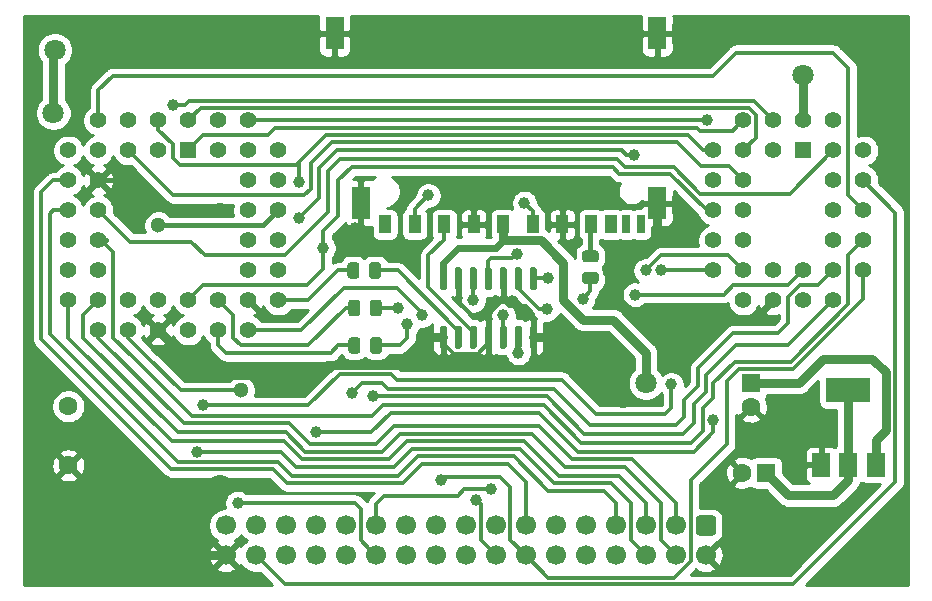
<source format=gtl>
%TF.GenerationSoftware,KiCad,Pcbnew,(5.1.12)-1*%
%TF.CreationDate,2024-01-28T09:01:29+01:00*%
%TF.ProjectId,EREBUS,45524542-5553-42e6-9b69-6361645f7063,rev?*%
%TF.SameCoordinates,PX6d01460PY60e4b00*%
%TF.FileFunction,Copper,L1,Top*%
%TF.FilePolarity,Positive*%
%FSLAX46Y46*%
G04 Gerber Fmt 4.6, Leading zero omitted, Abs format (unit mm)*
G04 Created by KiCad (PCBNEW (5.1.12)-1) date 2024-01-28 09:01:29*
%MOMM*%
%LPD*%
G01*
G04 APERTURE LIST*
%TA.AperFunction,SMDPad,CuDef*%
%ADD10R,1.500000X2.800000*%
%TD*%
%TA.AperFunction,SMDPad,CuDef*%
%ADD11R,0.700000X1.500000*%
%TD*%
%TA.AperFunction,SMDPad,CuDef*%
%ADD12R,1.000000X1.500000*%
%TD*%
%TA.AperFunction,ComponentPad*%
%ADD13C,1.422400*%
%TD*%
%TA.AperFunction,ComponentPad*%
%ADD14R,1.422400X1.422400*%
%TD*%
%TA.AperFunction,SMDPad,CuDef*%
%ADD15R,1.500000X2.000000*%
%TD*%
%TA.AperFunction,SMDPad,CuDef*%
%ADD16R,3.800000X2.000000*%
%TD*%
%TA.AperFunction,ComponentPad*%
%ADD17C,1.600000*%
%TD*%
%TA.AperFunction,ComponentPad*%
%ADD18R,1.600000X1.600000*%
%TD*%
%TA.AperFunction,ComponentPad*%
%ADD19C,1.700000*%
%TD*%
%TA.AperFunction,ViaPad*%
%ADD20C,1.000000*%
%TD*%
%TA.AperFunction,ViaPad*%
%ADD21C,1.800000*%
%TD*%
%TA.AperFunction,ViaPad*%
%ADD22C,1.300000*%
%TD*%
%TA.AperFunction,Conductor*%
%ADD23C,0.350000*%
%TD*%
%TA.AperFunction,Conductor*%
%ADD24C,0.800000*%
%TD*%
%TA.AperFunction,Conductor*%
%ADD25C,0.400000*%
%TD*%
%TA.AperFunction,Conductor*%
%ADD26C,0.600000*%
%TD*%
%TA.AperFunction,Conductor*%
%ADD27C,0.254000*%
%TD*%
%TA.AperFunction,Conductor*%
%ADD28C,0.100000*%
%TD*%
G04 APERTURE END LIST*
D10*
%TO.P,J2,12*%
%TO.N,GND*%
X54290000Y33005000D03*
%TO.P,J2,13*%
X54290000Y47371000D03*
X26990000Y47371000D03*
%TO.P,J2,12*%
X29190000Y33005000D03*
D11*
%TO.P,J2,11*%
%TO.N,Net-(J2-Pad11)*%
X52895000Y31205000D03*
%TO.P,J2,10*%
%TO.N,Net-(J2-Pad10)*%
X51695000Y31205000D03*
D12*
%TO.P,J2,9*%
%TO.N,Net-(J2-Pad9)*%
X31265000Y31205000D03*
%TO.P,J2,8*%
%TO.N,Net-(J2-Pad8)*%
X50395000Y31205000D03*
%TO.P,J2,7*%
%TO.N,Net-(J2-Pad7)*%
X48695000Y31205000D03*
%TO.P,J2,6*%
%TO.N,GND*%
X46265000Y31205000D03*
%TO.P,J2,5*%
%TO.N,Net-(J2-Pad5)*%
X43765000Y31205000D03*
%TO.P,J2,4*%
%TO.N,+3V3*%
X41265000Y31205000D03*
%TO.P,J2,3*%
%TO.N,GND*%
X38765000Y31205000D03*
%TO.P,J2,2*%
%TO.N,Net-(J2-Pad2)*%
X36265000Y31205000D03*
%TO.P,J2,1*%
%TO.N,Net-(J2-Pad1)*%
X33765000Y31205000D03*
%TD*%
D13*
%TO.P,U2,29*%
%TO.N,/A8*%
X71755000Y37465000D03*
%TO.P,U2,27*%
%TO.N,/A11*%
X71755000Y34925000D03*
%TO.P,U2,25*%
%TO.N,/ROM_OE*%
X71755000Y32385000D03*
%TO.P,U2,23*%
%TO.N,/ROM_CE*%
X71755000Y29845000D03*
%TO.P,U2,28*%
%TO.N,/A9*%
X69215000Y34925000D03*
%TO.P,U2,26*%
%TO.N,Net-(U2-Pad26)*%
X69215000Y32385000D03*
%TO.P,U2,24*%
%TO.N,/A10*%
X69215000Y29845000D03*
%TO.P,U2,22*%
%TO.N,/D7*%
X69215000Y27305000D03*
%TO.P,U2,20*%
%TO.N,/D5*%
X69215000Y24765000D03*
%TO.P,U2,18*%
%TO.N,/D3*%
X66675000Y24765000D03*
%TO.P,U2,16*%
%TO.N,GND*%
X64135000Y24765000D03*
%TO.P,U2,14*%
%TO.N,/D1*%
X61595000Y24765000D03*
%TO.P,U2,21*%
%TO.N,/D6*%
X71755000Y27305000D03*
%TO.P,U2,19*%
%TO.N,/D4*%
X66675000Y27305000D03*
%TO.P,U2,17*%
%TO.N,Net-(U2-Pad17)*%
X64135000Y27305000D03*
%TO.P,U2,15*%
%TO.N,/D2*%
X61595000Y27305000D03*
%TO.P,U2,13*%
%TO.N,/D0*%
X59055000Y27305000D03*
%TO.P,U2,11*%
%TO.N,/A0*%
X59055000Y29845000D03*
%TO.P,U2,9*%
%TO.N,/A2*%
X59055000Y32385000D03*
%TO.P,U2,7*%
%TO.N,/A4*%
X59055000Y34925000D03*
%TO.P,U2,5*%
%TO.N,/A6*%
X59055000Y37465000D03*
%TO.P,U2,12*%
%TO.N,Net-(U2-Pad12)*%
X61595000Y29845000D03*
%TO.P,U2,10*%
%TO.N,/A1*%
X61595000Y32385000D03*
%TO.P,U2,8*%
%TO.N,/A3*%
X61595000Y34925000D03*
%TO.P,U2,6*%
%TO.N,/A5*%
X61595000Y37465000D03*
%TO.P,U2,30*%
%TO.N,/A13*%
X69215000Y40005000D03*
%TO.P,U2,32*%
%TO.N,VCC*%
X66675000Y40005000D03*
%TO.P,U2,4*%
%TO.N,/A7*%
X61595000Y40005000D03*
%TO.P,U2,2*%
%TO.N,/A15M*%
X64135000Y40005000D03*
%TO.P,U2,31*%
%TO.N,/A14M*%
X69215000Y37465000D03*
%TO.P,U2,3*%
%TO.N,/A12*%
X64135000Y37465000D03*
D14*
%TO.P,U2,1*%
%TO.N,Net-(U2-Pad1)*%
X66675000Y37465000D03*
%TD*%
D13*
%TO.P,U1,39*%
%TO.N,/D2*%
X22225000Y37465000D03*
%TO.P,U1,37*%
%TO.N,/D3*%
X22225000Y34925000D03*
%TO.P,U1,35*%
%TO.N,VCC*%
X22225000Y32385000D03*
%TO.P,U1,33*%
%TO.N,/D6*%
X22225000Y29845000D03*
%TO.P,U1,31*%
%TO.N,/D7*%
X22225000Y27305000D03*
%TO.P,U1,40*%
%TO.N,/D1*%
X19685000Y40005000D03*
%TO.P,U1,38*%
%TO.N,Net-(U1-Pad38)*%
X19685000Y34925000D03*
%TO.P,U1,36*%
%TO.N,/D4*%
X19685000Y32385000D03*
%TO.P,U1,34*%
%TO.N,/D5*%
X19685000Y29845000D03*
%TO.P,U1,32*%
%TO.N,Net-(U1-Pad32)*%
X19685000Y27305000D03*
%TO.P,U1,30*%
%TO.N,GND*%
X19685000Y24765000D03*
%TO.P,U1,28*%
%TO.N,/MISO*%
X19685000Y22225000D03*
%TO.P,U1,26*%
%TO.N,/CS*%
X17145000Y22225000D03*
%TO.P,U1,24*%
%TO.N,/A15M*%
X14605000Y22225000D03*
%TO.P,U1,22*%
%TO.N,GND*%
X12065000Y22225000D03*
%TO.P,U1,20*%
%TO.N,/A14*%
X9525000Y22225000D03*
%TO.P,U1,18*%
%TO.N,/PHI2*%
X6985000Y22225000D03*
%TO.P,U1,29*%
%TO.N,/MOSI*%
X22225000Y24765000D03*
%TO.P,U1,27*%
%TO.N,/SCK*%
X17145000Y24765000D03*
%TO.P,U1,25*%
%TO.N,/A2*%
X14605000Y24765000D03*
%TO.P,U1,23*%
%TO.N,VCC*%
X12065000Y24765000D03*
%TO.P,U1,21*%
%TO.N,/~IOCTRL*%
X9525000Y24765000D03*
%TO.P,U1,19*%
%TO.N,/~RESET*%
X6985000Y24765000D03*
%TO.P,U1,17*%
%TO.N,/~IO*%
X4445000Y24765000D03*
%TO.P,U1,15*%
%TO.N,VCC*%
X4445000Y27305000D03*
%TO.P,U1,13*%
%TO.N,Net-(U1-Pad13)*%
X4445000Y29845000D03*
%TO.P,U1,11*%
%TO.N,/R_~W*%
X4445000Y32385000D03*
%TO.P,U1,9*%
%TO.N,/A0*%
X4445000Y34925000D03*
%TO.P,U1,7*%
%TO.N,Net-(U1-Pad7)*%
X4445000Y37465000D03*
%TO.P,U1,16*%
%TO.N,/A15*%
X6985000Y27305000D03*
%TO.P,U1,14*%
%TO.N,/ROM_CE*%
X6985000Y29845000D03*
%TO.P,U1,12*%
%TO.N,/A14M*%
X6985000Y32385000D03*
%TO.P,U1,10*%
%TO.N,GND*%
X6985000Y34925000D03*
%TO.P,U1,8*%
%TO.N,/A1*%
X6985000Y37465000D03*
%TO.P,U1,42*%
%TO.N,GND*%
X17145000Y40005000D03*
%TO.P,U1,44*%
%TO.N,/A5*%
X14605000Y40005000D03*
%TO.P,U1,6*%
%TO.N,/ROM_OE*%
X6985000Y40005000D03*
%TO.P,U1,4*%
%TO.N,/A4*%
X9525000Y40005000D03*
%TO.P,U1,2*%
%TO.N,/A6*%
X12065000Y40005000D03*
%TO.P,U1,41*%
%TO.N,/D0*%
X19685000Y37465000D03*
%TO.P,U1,43*%
%TO.N,Net-(U1-Pad43)*%
X17145000Y37465000D03*
%TO.P,U1,5*%
%TO.N,/A3*%
X9525000Y37465000D03*
%TO.P,U1,3*%
%TO.N,VCC*%
X12065000Y37465000D03*
D14*
%TO.P,U1,1*%
%TO.N,/A7*%
X14605000Y37465000D03*
%TD*%
%TO.P,U4,14*%
%TO.N,+3V3*%
%TA.AperFunction,SMDPad,CuDef*%
G36*
G01*
X36345000Y25630000D02*
X36045000Y25630000D01*
G75*
G02*
X35895000Y25780000I0J150000D01*
G01*
X35895000Y27430000D01*
G75*
G02*
X36045000Y27580000I150000J0D01*
G01*
X36345000Y27580000D01*
G75*
G02*
X36495000Y27430000I0J-150000D01*
G01*
X36495000Y25780000D01*
G75*
G02*
X36345000Y25630000I-150000J0D01*
G01*
G37*
%TD.AperFunction*%
%TO.P,U4,13*%
%TO.N,GND*%
%TA.AperFunction,SMDPad,CuDef*%
G36*
G01*
X37615000Y25630000D02*
X37315000Y25630000D01*
G75*
G02*
X37165000Y25780000I0J150000D01*
G01*
X37165000Y27430000D01*
G75*
G02*
X37315000Y27580000I150000J0D01*
G01*
X37615000Y27580000D01*
G75*
G02*
X37765000Y27430000I0J-150000D01*
G01*
X37765000Y25780000D01*
G75*
G02*
X37615000Y25630000I-150000J0D01*
G01*
G37*
%TD.AperFunction*%
%TO.P,U4,12*%
%TO.N,Net-(R2-Pad1)*%
%TA.AperFunction,SMDPad,CuDef*%
G36*
G01*
X38885000Y25630000D02*
X38585000Y25630000D01*
G75*
G02*
X38435000Y25780000I0J150000D01*
G01*
X38435000Y27430000D01*
G75*
G02*
X38585000Y27580000I150000J0D01*
G01*
X38885000Y27580000D01*
G75*
G02*
X39035000Y27430000I0J-150000D01*
G01*
X39035000Y25780000D01*
G75*
G02*
X38885000Y25630000I-150000J0D01*
G01*
G37*
%TD.AperFunction*%
%TO.P,U4,11*%
%TO.N,Net-(J2-Pad5)*%
%TA.AperFunction,SMDPad,CuDef*%
G36*
G01*
X40155000Y25630000D02*
X39855000Y25630000D01*
G75*
G02*
X39705000Y25780000I0J150000D01*
G01*
X39705000Y27430000D01*
G75*
G02*
X39855000Y27580000I150000J0D01*
G01*
X40155000Y27580000D01*
G75*
G02*
X40305000Y27430000I0J-150000D01*
G01*
X40305000Y25780000D01*
G75*
G02*
X40155000Y25630000I-150000J0D01*
G01*
G37*
%TD.AperFunction*%
%TO.P,U4,10*%
%TO.N,GND*%
%TA.AperFunction,SMDPad,CuDef*%
G36*
G01*
X41425000Y25630000D02*
X41125000Y25630000D01*
G75*
G02*
X40975000Y25780000I0J150000D01*
G01*
X40975000Y27430000D01*
G75*
G02*
X41125000Y27580000I150000J0D01*
G01*
X41425000Y27580000D01*
G75*
G02*
X41575000Y27430000I0J-150000D01*
G01*
X41575000Y25780000D01*
G75*
G02*
X41425000Y25630000I-150000J0D01*
G01*
G37*
%TD.AperFunction*%
%TO.P,U4,9*%
%TO.N,Net-(R3-Pad1)*%
%TA.AperFunction,SMDPad,CuDef*%
G36*
G01*
X42695000Y25630000D02*
X42395000Y25630000D01*
G75*
G02*
X42245000Y25780000I0J150000D01*
G01*
X42245000Y27430000D01*
G75*
G02*
X42395000Y27580000I150000J0D01*
G01*
X42695000Y27580000D01*
G75*
G02*
X42845000Y27430000I0J-150000D01*
G01*
X42845000Y25780000D01*
G75*
G02*
X42695000Y25630000I-150000J0D01*
G01*
G37*
%TD.AperFunction*%
%TO.P,U4,8*%
%TO.N,Net-(J2-Pad1)*%
%TA.AperFunction,SMDPad,CuDef*%
G36*
G01*
X43965000Y25630000D02*
X43665000Y25630000D01*
G75*
G02*
X43515000Y25780000I0J150000D01*
G01*
X43515000Y27430000D01*
G75*
G02*
X43665000Y27580000I150000J0D01*
G01*
X43965000Y27580000D01*
G75*
G02*
X44115000Y27430000I0J-150000D01*
G01*
X44115000Y25780000D01*
G75*
G02*
X43965000Y25630000I-150000J0D01*
G01*
G37*
%TD.AperFunction*%
%TO.P,U4,7*%
%TO.N,GND*%
%TA.AperFunction,SMDPad,CuDef*%
G36*
G01*
X43965000Y20680000D02*
X43665000Y20680000D01*
G75*
G02*
X43515000Y20830000I0J150000D01*
G01*
X43515000Y22480000D01*
G75*
G02*
X43665000Y22630000I150000J0D01*
G01*
X43965000Y22630000D01*
G75*
G02*
X44115000Y22480000I0J-150000D01*
G01*
X44115000Y20830000D01*
G75*
G02*
X43965000Y20680000I-150000J0D01*
G01*
G37*
%TD.AperFunction*%
%TO.P,U4,6*%
%TO.N,/MISO*%
%TA.AperFunction,SMDPad,CuDef*%
G36*
G01*
X42695000Y20680000D02*
X42395000Y20680000D01*
G75*
G02*
X42245000Y20830000I0J150000D01*
G01*
X42245000Y22480000D01*
G75*
G02*
X42395000Y22630000I150000J0D01*
G01*
X42695000Y22630000D01*
G75*
G02*
X42845000Y22480000I0J-150000D01*
G01*
X42845000Y20830000D01*
G75*
G02*
X42695000Y20680000I-150000J0D01*
G01*
G37*
%TD.AperFunction*%
%TO.P,U4,5*%
%TO.N,Net-(R4-Pad2)*%
%TA.AperFunction,SMDPad,CuDef*%
G36*
G01*
X41425000Y20680000D02*
X41125000Y20680000D01*
G75*
G02*
X40975000Y20830000I0J150000D01*
G01*
X40975000Y22480000D01*
G75*
G02*
X41125000Y22630000I150000J0D01*
G01*
X41425000Y22630000D01*
G75*
G02*
X41575000Y22480000I0J-150000D01*
G01*
X41575000Y20830000D01*
G75*
G02*
X41425000Y20680000I-150000J0D01*
G01*
G37*
%TD.AperFunction*%
%TO.P,U4,4*%
%TO.N,GND*%
%TA.AperFunction,SMDPad,CuDef*%
G36*
G01*
X40155000Y20680000D02*
X39855000Y20680000D01*
G75*
G02*
X39705000Y20830000I0J150000D01*
G01*
X39705000Y22480000D01*
G75*
G02*
X39855000Y22630000I150000J0D01*
G01*
X40155000Y22630000D01*
G75*
G02*
X40305000Y22480000I0J-150000D01*
G01*
X40305000Y20830000D01*
G75*
G02*
X40155000Y20680000I-150000J0D01*
G01*
G37*
%TD.AperFunction*%
%TO.P,U4,3*%
%TO.N,Net-(J2-Pad2)*%
%TA.AperFunction,SMDPad,CuDef*%
G36*
G01*
X38885000Y20680000D02*
X38585000Y20680000D01*
G75*
G02*
X38435000Y20830000I0J150000D01*
G01*
X38435000Y22480000D01*
G75*
G02*
X38585000Y22630000I150000J0D01*
G01*
X38885000Y22630000D01*
G75*
G02*
X39035000Y22480000I0J-150000D01*
G01*
X39035000Y20830000D01*
G75*
G02*
X38885000Y20680000I-150000J0D01*
G01*
G37*
%TD.AperFunction*%
%TO.P,U4,2*%
%TO.N,Net-(R1-Pad1)*%
%TA.AperFunction,SMDPad,CuDef*%
G36*
G01*
X37615000Y20680000D02*
X37315000Y20680000D01*
G75*
G02*
X37165000Y20830000I0J150000D01*
G01*
X37165000Y22480000D01*
G75*
G02*
X37315000Y22630000I150000J0D01*
G01*
X37615000Y22630000D01*
G75*
G02*
X37765000Y22480000I0J-150000D01*
G01*
X37765000Y20830000D01*
G75*
G02*
X37615000Y20680000I-150000J0D01*
G01*
G37*
%TD.AperFunction*%
%TO.P,U4,1*%
%TO.N,GND*%
%TA.AperFunction,SMDPad,CuDef*%
G36*
G01*
X36345000Y20680000D02*
X36045000Y20680000D01*
G75*
G02*
X35895000Y20830000I0J150000D01*
G01*
X35895000Y22480000D01*
G75*
G02*
X36045000Y22630000I150000J0D01*
G01*
X36345000Y22630000D01*
G75*
G02*
X36495000Y22480000I0J-150000D01*
G01*
X36495000Y20830000D01*
G75*
G02*
X36345000Y20680000I-150000J0D01*
G01*
G37*
%TD.AperFunction*%
%TD*%
%TO.P,R4,2*%
%TO.N,Net-(R4-Pad2)*%
%TA.AperFunction,SMDPad,CuDef*%
G36*
G01*
X48190998Y27182500D02*
X49091002Y27182500D01*
G75*
G02*
X49341000Y26932502I0J-249998D01*
G01*
X49341000Y26407498D01*
G75*
G02*
X49091002Y26157500I-249998J0D01*
G01*
X48190998Y26157500D01*
G75*
G02*
X47941000Y26407498I0J249998D01*
G01*
X47941000Y26932502D01*
G75*
G02*
X48190998Y27182500I249998J0D01*
G01*
G37*
%TD.AperFunction*%
%TO.P,R4,1*%
%TO.N,Net-(J2-Pad7)*%
%TA.AperFunction,SMDPad,CuDef*%
G36*
G01*
X48190998Y29007500D02*
X49091002Y29007500D01*
G75*
G02*
X49341000Y28757502I0J-249998D01*
G01*
X49341000Y28232498D01*
G75*
G02*
X49091002Y27982500I-249998J0D01*
G01*
X48190998Y27982500D01*
G75*
G02*
X47941000Y28232498I0J249998D01*
G01*
X47941000Y28757502D01*
G75*
G02*
X48190998Y29007500I249998J0D01*
G01*
G37*
%TD.AperFunction*%
%TD*%
%TO.P,R3,2*%
%TO.N,/CS*%
%TA.AperFunction,SMDPad,CuDef*%
G36*
G01*
X29168000Y21405002D02*
X29168000Y20504998D01*
G75*
G02*
X28918002Y20255000I-249998J0D01*
G01*
X28392998Y20255000D01*
G75*
G02*
X28143000Y20504998I0J249998D01*
G01*
X28143000Y21405002D01*
G75*
G02*
X28392998Y21655000I249998J0D01*
G01*
X28918002Y21655000D01*
G75*
G02*
X29168000Y21405002I0J-249998D01*
G01*
G37*
%TD.AperFunction*%
%TO.P,R3,1*%
%TO.N,Net-(R3-Pad1)*%
%TA.AperFunction,SMDPad,CuDef*%
G36*
G01*
X30993000Y21405002D02*
X30993000Y20504998D01*
G75*
G02*
X30743002Y20255000I-249998J0D01*
G01*
X30217998Y20255000D01*
G75*
G02*
X29968000Y20504998I0J249998D01*
G01*
X29968000Y21405002D01*
G75*
G02*
X30217998Y21655000I249998J0D01*
G01*
X30743002Y21655000D01*
G75*
G02*
X30993000Y21405002I0J-249998D01*
G01*
G37*
%TD.AperFunction*%
%TD*%
%TO.P,R2,2*%
%TO.N,/SCK*%
%TA.AperFunction,SMDPad,CuDef*%
G36*
G01*
X29168000Y24580002D02*
X29168000Y23679998D01*
G75*
G02*
X28918002Y23430000I-249998J0D01*
G01*
X28392998Y23430000D01*
G75*
G02*
X28143000Y23679998I0J249998D01*
G01*
X28143000Y24580002D01*
G75*
G02*
X28392998Y24830000I249998J0D01*
G01*
X28918002Y24830000D01*
G75*
G02*
X29168000Y24580002I0J-249998D01*
G01*
G37*
%TD.AperFunction*%
%TO.P,R2,1*%
%TO.N,Net-(R2-Pad1)*%
%TA.AperFunction,SMDPad,CuDef*%
G36*
G01*
X30993000Y24580002D02*
X30993000Y23679998D01*
G75*
G02*
X30743002Y23430000I-249998J0D01*
G01*
X30217998Y23430000D01*
G75*
G02*
X29968000Y23679998I0J249998D01*
G01*
X29968000Y24580002D01*
G75*
G02*
X30217998Y24830000I249998J0D01*
G01*
X30743002Y24830000D01*
G75*
G02*
X30993000Y24580002I0J-249998D01*
G01*
G37*
%TD.AperFunction*%
%TD*%
%TO.P,R1,2*%
%TO.N,/MOSI*%
%TA.AperFunction,SMDPad,CuDef*%
G36*
G01*
X29088000Y27755002D02*
X29088000Y26854998D01*
G75*
G02*
X28838002Y26605000I-249998J0D01*
G01*
X28312998Y26605000D01*
G75*
G02*
X28063000Y26854998I0J249998D01*
G01*
X28063000Y27755002D01*
G75*
G02*
X28312998Y28005000I249998J0D01*
G01*
X28838002Y28005000D01*
G75*
G02*
X29088000Y27755002I0J-249998D01*
G01*
G37*
%TD.AperFunction*%
%TO.P,R1,1*%
%TO.N,Net-(R1-Pad1)*%
%TA.AperFunction,SMDPad,CuDef*%
G36*
G01*
X30913000Y27755002D02*
X30913000Y26854998D01*
G75*
G02*
X30663002Y26605000I-249998J0D01*
G01*
X30137998Y26605000D01*
G75*
G02*
X29888000Y26854998I0J249998D01*
G01*
X29888000Y27755002D01*
G75*
G02*
X30137998Y28005000I249998J0D01*
G01*
X30663002Y28005000D01*
G75*
G02*
X30913000Y27755002I0J-249998D01*
G01*
G37*
%TD.AperFunction*%
%TD*%
D15*
%TO.P,U3,1*%
%TO.N,GND*%
X68185000Y10845000D03*
%TO.P,U3,3*%
%TO.N,VCC*%
X72785000Y10845000D03*
%TO.P,U3,2*%
%TO.N,+3V3*%
X70485000Y10845000D03*
D16*
X70485000Y17145000D03*
%TD*%
D17*
%TO.P,C3,2*%
%TO.N,GND*%
X61500000Y10160000D03*
D18*
%TO.P,C3,1*%
%TO.N,+3V3*%
X63500000Y10160000D03*
%TD*%
D19*
%TO.P,J1,34*%
%TO.N,GND*%
X17780000Y3175000D03*
%TO.P,J1,32*%
%TO.N,/A11*%
X20320000Y3175000D03*
%TO.P,J1,30*%
%TO.N,/A12*%
X22860000Y3175000D03*
%TO.P,J1,28*%
%TO.N,/A13*%
X25400000Y3175000D03*
%TO.P,J1,26*%
%TO.N,/A14*%
X27940000Y3175000D03*
%TO.P,J1,24*%
%TO.N,/A15*%
X30480000Y3175000D03*
%TO.P,J1,22*%
%TO.N,/D7*%
X33020000Y3175000D03*
%TO.P,J1,20*%
%TO.N,/A4*%
X35560000Y3175000D03*
%TO.P,J1,18*%
%TO.N,/D4*%
X38100000Y3175000D03*
%TO.P,J1,16*%
%TO.N,/D3*%
X40640000Y3175000D03*
%TO.P,J1,14*%
%TO.N,/D6*%
X43180000Y3175000D03*
%TO.P,J1,12*%
%TO.N,/D1*%
X45720000Y3175000D03*
%TO.P,J1,10*%
%TO.N,/D0*%
X48260000Y3175000D03*
%TO.P,J1,8*%
%TO.N,/~IRQ*%
X50800000Y3175000D03*
%TO.P,J1,6*%
%TO.N,/~IOCTRL*%
X53340000Y3175000D03*
%TO.P,J1,4*%
%TO.N,/~RESET*%
X55880000Y3175000D03*
%TO.P,J1,2*%
%TO.N,GND*%
X58420000Y3175000D03*
%TO.P,J1,33*%
%TO.N,VCC*%
X17780000Y5715000D03*
%TO.P,J1,31*%
%TO.N,/A10*%
X20320000Y5715000D03*
%TO.P,J1,29*%
%TO.N,/A9*%
X22860000Y5715000D03*
%TO.P,J1,27*%
%TO.N,/A8*%
X25400000Y5715000D03*
%TO.P,J1,25*%
%TO.N,/A7*%
X27940000Y5715000D03*
%TO.P,J1,23*%
%TO.N,/A6*%
X30480000Y5715000D03*
%TO.P,J1,21*%
%TO.N,/A5*%
X33020000Y5715000D03*
%TO.P,J1,19*%
%TO.N,/D5*%
X35560000Y5715000D03*
%TO.P,J1,17*%
%TO.N,/A2*%
X38100000Y5715000D03*
%TO.P,J1,15*%
%TO.N,/A1*%
X40640000Y5715000D03*
%TO.P,J1,13*%
%TO.N,/A0*%
X43180000Y5715000D03*
%TO.P,J1,11*%
%TO.N,/A3*%
X45720000Y5715000D03*
%TO.P,J1,9*%
%TO.N,/D2*%
X48260000Y5715000D03*
%TO.P,J1,7*%
%TO.N,/R_~W*%
X50800000Y5715000D03*
%TO.P,J1,5*%
%TO.N,/~IO*%
X53340000Y5715000D03*
%TO.P,J1,3*%
%TO.N,/PHI2*%
X55880000Y5715000D03*
%TO.P,J1,1*%
%TO.N,/~MAP*%
%TA.AperFunction,ComponentPad*%
G36*
G01*
X57820000Y6565000D02*
X59020000Y6565000D01*
G75*
G02*
X59270000Y6315000I0J-250000D01*
G01*
X59270000Y5115000D01*
G75*
G02*
X59020000Y4865000I-250000J0D01*
G01*
X57820000Y4865000D01*
G75*
G02*
X57570000Y5115000I0J250000D01*
G01*
X57570000Y6315000D01*
G75*
G02*
X57820000Y6565000I250000J0D01*
G01*
G37*
%TD.AperFunction*%
%TD*%
D17*
%TO.P,C2,2*%
%TO.N,VCC*%
X4445000Y15795000D03*
%TO.P,C2,1*%
%TO.N,GND*%
X4445000Y10795000D03*
%TD*%
%TO.P,C1,2*%
%TO.N,GND*%
X62230000Y15780000D03*
D18*
%TO.P,C1,1*%
%TO.N,VCC*%
X62230000Y17780000D03*
%TD*%
D20*
%TO.N,GND*%
X28704300Y30880800D03*
D21*
X23495000Y18415000D03*
X45593000Y21717000D03*
X51435000Y16510000D03*
X50546000Y27305000D03*
D22*
X17272000Y32385000D03*
D21*
X17272000Y9144000D03*
%TO.N,VCC*%
X66675000Y43815000D03*
D22*
X12065000Y31115000D03*
D21*
X3175000Y40640000D03*
X3302000Y45974000D03*
D20*
%TO.N,/D0*%
X54610000Y27305000D03*
%TO.N,/D1*%
X58547000Y40005000D03*
%TO.N,/D2*%
X53340000Y27305000D03*
%TO.N,/D3*%
X38989000Y7874000D03*
%TO.N,/D4*%
X52439500Y25261500D03*
%TO.N,/D5*%
X30226000Y16637000D03*
%TO.N,/D6*%
X35990800Y9525000D03*
%TO.N,/D7*%
X28448000Y16891000D03*
%TO.N,/A2*%
X26035000Y29210000D03*
%TO.N,/A4*%
X52324000Y37084000D03*
X24003000Y31750000D03*
%TO.N,/A6*%
X40259000Y8763000D03*
X24003000Y34798000D03*
%TO.N,/A8*%
X25400000Y13589000D03*
X59055000Y14605000D03*
%TO.N,/A10*%
X15875000Y15875000D03*
X55499000Y17653000D03*
D22*
%TO.N,/A14*%
X19050000Y17145000D03*
D20*
%TO.N,/A15*%
X18796000Y7620000D03*
%TO.N,/~IOCTRL*%
X15367000Y11938000D03*
%TO.N,Net-(J2-Pad5)*%
X42418000Y28702000D03*
X43053000Y33020000D03*
%TO.N,/MISO*%
X42545000Y20320000D03*
X34417000Y23495000D03*
%TO.N,/A15M*%
X13335000Y41275000D03*
D21*
%TO.N,+3V3*%
X53340000Y17780000D03*
D20*
%TO.N,Net-(J2-Pad1)*%
X34925000Y33655000D03*
X45085000Y26670000D03*
%TO.N,Net-(R4-Pad2)*%
X41275000Y23495000D03*
X48006000Y24892000D03*
%TO.N,Net-(R2-Pad1)*%
X38735000Y24765000D03*
X32385000Y24130000D03*
%TO.N,Net-(R3-Pad1)*%
X44958000Y24003000D03*
X33147000Y22733000D03*
%TD*%
D23*
%TO.N,GND*%
X28704300Y30880800D02*
X29053200Y31229700D01*
X29053200Y31229700D02*
X29190000Y31229700D01*
X29190000Y33005000D02*
X29190000Y31229700D01*
X36195000Y21655000D02*
X36195000Y21141900D01*
X36195000Y21141900D02*
X37064100Y20272800D01*
X37064100Y20272800D02*
X39132300Y20272800D01*
X39132300Y20272800D02*
X40005000Y21145500D01*
X40005000Y21145500D02*
X40005000Y21655000D01*
X54018600Y32733600D02*
X54290000Y33005000D01*
X43815000Y21655000D02*
X43815000Y23622000D01*
X43815000Y23622000D02*
X43180000Y24257000D01*
X43180000Y24257000D02*
X41783000Y24257000D01*
X41275000Y24765000D02*
X41275000Y26605000D01*
X41783000Y24257000D02*
X41275000Y24765000D01*
X40005000Y23495000D02*
X41275000Y24765000D01*
X40005000Y21655000D02*
X40005000Y23495000D01*
X37465000Y26605000D02*
X37465000Y24638000D01*
X38608000Y23495000D02*
X40005000Y23495000D01*
X37465000Y24638000D02*
X38608000Y23495000D01*
D24*
X15875000Y18415000D02*
X12065000Y22225000D01*
X23495000Y18415000D02*
X15875000Y18415000D01*
X45531000Y21655000D02*
X45593000Y21717000D01*
X43815000Y21655000D02*
X45531000Y21655000D01*
X46228000Y21717000D02*
X51435000Y16510000D01*
X45593000Y21717000D02*
X46228000Y21717000D01*
X50546000Y27305000D02*
X50546000Y27559000D01*
X50546000Y27559000D02*
X52451000Y29464000D01*
X52451000Y29464000D02*
X53721000Y29464000D01*
X54290000Y30033000D02*
X54290000Y33005000D01*
X53721000Y29464000D02*
X54290000Y30033000D01*
D25*
X17272000Y32385000D02*
X12446000Y32385000D01*
X9906000Y34925000D02*
X6985000Y34925000D01*
X12446000Y32385000D02*
X9906000Y34925000D01*
D24*
X17780000Y3175000D02*
X14859000Y3175000D01*
X14859000Y3175000D02*
X12446000Y5588000D01*
X12446000Y5588000D02*
X12446000Y7620000D01*
X12446000Y5588000D02*
X12446000Y8255000D01*
X13335000Y9144000D02*
X17272000Y9144000D01*
X12446000Y8255000D02*
X13335000Y9144000D01*
X23495000Y18415000D02*
X25400000Y18415000D01*
X25400000Y18415000D02*
X26302010Y19317010D01*
X26302010Y19317010D02*
X32779010Y19317010D01*
X35117000Y21655000D02*
X36195000Y21655000D01*
X32779010Y19317010D02*
X35117000Y21655000D01*
%TO.N,VCC*%
X72785000Y12940000D02*
X72785000Y10845000D01*
X73660000Y13815000D02*
X72785000Y12940000D01*
X73660000Y18669000D02*
X73660000Y13815000D01*
X72517000Y19812000D02*
X73660000Y18669000D01*
X68326000Y19812000D02*
X72517000Y19812000D01*
X66294000Y17780000D02*
X68326000Y19812000D01*
X62230000Y17780000D02*
X66294000Y17780000D01*
X66675000Y43815000D02*
X66675000Y40005000D01*
D25*
X22225000Y32385000D02*
X20955000Y31115000D01*
X20955000Y31115000D02*
X12065000Y31115000D01*
D24*
X3175000Y45847000D02*
X3302000Y45974000D01*
X3175000Y40640000D02*
X3175000Y45847000D01*
D23*
%TO.N,/~RESET*%
X54610000Y7620000D02*
X54610000Y4445000D01*
X51562000Y10668000D02*
X54610000Y7620000D01*
X54610000Y4445000D02*
X55880000Y3175000D01*
X46482000Y10668000D02*
X51562000Y10668000D01*
X30988000Y11938000D02*
X32512000Y13462000D01*
X24511000Y11938000D02*
X30988000Y11938000D01*
X22848900Y13600100D02*
X24511000Y11938000D01*
X32512000Y13462000D02*
X43688000Y13462000D01*
X13704900Y13600100D02*
X22848900Y13600100D01*
X5715000Y21590000D02*
X13704900Y13600100D01*
X5715000Y23495000D02*
X5715000Y21590000D01*
X43688000Y13462000D02*
X46482000Y10668000D01*
X6985000Y24765000D02*
X5715000Y23495000D01*
%TO.N,/D0*%
X54610000Y27305000D02*
X59055000Y27305000D01*
%TO.N,/D1*%
X58547000Y40005000D02*
X19685000Y40005000D01*
%TO.N,/D2*%
X54610000Y28575000D02*
X53340000Y27305000D01*
X60325000Y28575000D02*
X54610000Y28575000D01*
X61595000Y27305000D02*
X60325000Y28575000D01*
%TO.N,/D3*%
X39370000Y4445000D02*
X40640000Y3175000D01*
X39370000Y7493000D02*
X39370000Y4445000D01*
X38989000Y7874000D02*
X39370000Y7493000D01*
%TO.N,/D4*%
X65405000Y26035000D02*
X66675000Y27305000D01*
X60720500Y26035000D02*
X65405000Y26035000D01*
X59947000Y25261500D02*
X60720500Y26035000D01*
X52439500Y25261500D02*
X59947000Y25261500D01*
%TO.N,/D5*%
X65405000Y20955000D02*
X69215000Y24765000D01*
X58420000Y18415000D02*
X60960000Y20955000D01*
X58420000Y17018000D02*
X58420000Y18415000D01*
X60960000Y20955000D02*
X65405000Y20955000D01*
X57404000Y16002000D02*
X58420000Y17018000D01*
X57404000Y14351000D02*
X57404000Y16002000D01*
X56515000Y13462000D02*
X57404000Y14351000D01*
X48133000Y13462000D02*
X56515000Y13462000D01*
X44958000Y16637000D02*
X48133000Y13462000D01*
X30226000Y16637000D02*
X44958000Y16637000D01*
%TO.N,/D6*%
X71755000Y27305000D02*
X71755000Y24918800D01*
X71755000Y24918800D02*
X65791600Y18955400D01*
X65791600Y18955400D02*
X61244600Y18955400D01*
X57149400Y2703800D02*
X55746800Y1301200D01*
X55746800Y1301200D02*
X45053800Y1301200D01*
X45053800Y1301200D02*
X43180000Y3175000D01*
X60197100Y17907900D02*
X60197100Y12572100D01*
X60197100Y12572100D02*
X57149400Y9524400D01*
X57149400Y9524400D02*
X57149400Y2703800D01*
X61244600Y18955400D02*
X60197100Y17907900D01*
X41865400Y4489600D02*
X43180000Y3175000D01*
X41865400Y8934600D02*
X41865400Y4489600D01*
X36244800Y9779000D02*
X35990800Y9525000D01*
X41021000Y9779000D02*
X36244800Y9779000D01*
X41021000Y9779000D02*
X41865400Y8934600D01*
%TO.N,/D7*%
X67945000Y26035000D02*
X69215000Y27305000D01*
X66361700Y26035000D02*
X67945000Y26035000D01*
X65405000Y25078300D02*
X66361700Y26035000D01*
X65405000Y22860000D02*
X65405000Y25078300D01*
X64516000Y21971000D02*
X65405000Y22860000D01*
X60706000Y21971000D02*
X64516000Y21971000D01*
X57785000Y19050000D02*
X60706000Y21971000D01*
X56578500Y16319500D02*
X57785000Y17526000D01*
X56578500Y14922500D02*
X56578500Y16319500D01*
X57785000Y17526000D02*
X57785000Y19050000D01*
X28448000Y16891000D02*
X29337000Y17780000D01*
X55880000Y14224000D02*
X56578500Y14922500D01*
X48641000Y14224000D02*
X55880000Y14224000D01*
X31496000Y17272000D02*
X30988000Y17780000D01*
X29337000Y17780000D02*
X30988000Y17780000D01*
X45593000Y17272000D02*
X31496000Y17272000D01*
X45593000Y17272000D02*
X48641000Y14224000D01*
%TO.N,/A0*%
X3175000Y34925000D02*
X4445000Y34925000D01*
X7691415Y15946415D02*
X7675585Y15946415D01*
X34417000Y10922000D02*
X32766000Y9271000D01*
X41656000Y10922000D02*
X34417000Y10922000D01*
X43180000Y9398000D02*
X41656000Y10922000D01*
X43180000Y5715000D02*
X43180000Y9398000D01*
X21772585Y10485415D02*
X22987000Y9271000D01*
X13152415Y10485415D02*
X21772585Y10485415D01*
X32766000Y9271000D02*
X22987000Y9271000D01*
X13152415Y10485415D02*
X7691415Y15946415D01*
X2159000Y21463000D02*
X2159000Y33909000D01*
X2159000Y33909000D02*
X3175000Y34925000D01*
X7675585Y15946415D02*
X2159000Y21463000D01*
%TO.N,/A2*%
X55385700Y35481700D02*
X58482400Y32385000D01*
X58482400Y32385000D02*
X59055000Y32385000D01*
X26035000Y29210000D02*
X26035000Y27438000D01*
X26035000Y27438000D02*
X24632000Y26035000D01*
X15875000Y26035000D02*
X14605000Y24765000D01*
X20574000Y26035000D02*
X15875000Y26035000D01*
X24632000Y26035000D02*
X20574000Y26035000D01*
X20574000Y26035000D02*
X16793300Y26035000D01*
X26035000Y29210000D02*
X26035000Y30607000D01*
X26035000Y30607000D02*
X27305000Y31877000D01*
X27305000Y31877000D02*
X27305000Y34925000D01*
X27305000Y34925000D02*
X28448000Y36068000D01*
X50516400Y36068000D02*
X51102700Y35481700D01*
X28448000Y36068000D02*
X50516400Y36068000D01*
X51102700Y35481700D02*
X55385700Y35481700D01*
%TO.N,/A3*%
X60364000Y36156000D02*
X61595000Y34925000D01*
X58000000Y36156000D02*
X60364000Y36156000D01*
X55971010Y38184990D02*
X58000000Y36156000D01*
X26754990Y38184990D02*
X55971010Y38184990D01*
X24973000Y36403000D02*
X26754990Y38184990D01*
X24973000Y34209000D02*
X24973000Y36403000D01*
X24419000Y33655000D02*
X24973000Y34209000D01*
X13335000Y33655000D02*
X24419000Y33655000D01*
X9525000Y37465000D02*
X13335000Y33655000D01*
%TO.N,/A4*%
X25654000Y33401000D02*
X25654000Y35941000D01*
X25654000Y33401000D02*
X24003000Y31750000D01*
X25654000Y35941000D02*
X27178000Y37465000D01*
X51308000Y37465000D02*
X51689000Y37084000D01*
X27178000Y37465000D02*
X51308000Y37465000D01*
X52324000Y37084000D02*
X51689000Y37084000D01*
%TO.N,/A5*%
X14605000Y40005000D02*
X15693300Y41093300D01*
X15693300Y41093300D02*
X62090100Y41093300D01*
X62090100Y41093300D02*
X62683300Y40500100D01*
X62683300Y40500100D02*
X62683300Y38553300D01*
X62683300Y38553300D02*
X61595000Y37465000D01*
%TO.N,/A6*%
X31178500Y8191500D02*
X30480000Y7493000D01*
X30480000Y7493000D02*
X30480000Y5715000D01*
X37973000Y8763000D02*
X37401500Y8191500D01*
X40386000Y8763000D02*
X37973000Y8763000D01*
X37401500Y8191500D02*
X31178500Y8191500D01*
X59055000Y37465000D02*
X58166000Y37465000D01*
X58166000Y37465000D02*
X56896000Y38735000D01*
X24003000Y36294000D02*
X23925500Y36371500D01*
X24003000Y34798000D02*
X24003000Y36294000D01*
X27178000Y38735000D02*
X26289000Y38735000D01*
X30099000Y38735000D02*
X26289000Y38735000D01*
X23925500Y36371500D02*
X24765000Y37211000D01*
X26289000Y38735000D02*
X24765000Y37211000D01*
X56896000Y38735000D02*
X30099000Y38735000D01*
X30099000Y38735000D02*
X27178000Y38735000D01*
X12065000Y39177000D02*
X12065000Y40005000D01*
X13262000Y37980000D02*
X12065000Y39177000D01*
X13262000Y36849000D02*
X13262000Y37980000D01*
X13916000Y36195000D02*
X13262000Y36849000D01*
X23749000Y36195000D02*
X13916000Y36195000D01*
X23925500Y36371500D02*
X23749000Y36195000D01*
%TO.N,/A7*%
X61087000Y39497000D02*
X61595000Y40005000D01*
X60706000Y39116000D02*
X61087000Y39497000D01*
X57912000Y39116000D02*
X60706000Y39116000D01*
X57658000Y39370000D02*
X57912000Y39116000D01*
X21971000Y39370000D02*
X57658000Y39370000D01*
X21336000Y38735000D02*
X21971000Y39370000D01*
X15875000Y38735000D02*
X21336000Y38735000D01*
X14605000Y37465000D02*
X15875000Y38735000D01*
%TO.N,/A8*%
X30099000Y13589000D02*
X31750000Y15240000D01*
X25400000Y13589000D02*
X30099000Y13589000D01*
X59055000Y14605000D02*
X59055000Y13589000D01*
X59055000Y13589000D02*
X57404000Y11938000D01*
X47625000Y11938000D02*
X44323000Y15240000D01*
X57404000Y11938000D02*
X47625000Y11938000D01*
X31750000Y15240000D02*
X44323000Y15240000D01*
%TO.N,/A10*%
X24765000Y15875000D02*
X22987000Y15875000D01*
X27432000Y18542000D02*
X24765000Y15875000D01*
X22987000Y15875000D02*
X15875000Y15875000D01*
X55499000Y15621000D02*
X54991000Y15113000D01*
X54991000Y15113000D02*
X49149000Y15113000D01*
X55499000Y17653000D02*
X55499000Y15621000D01*
X32258000Y18034000D02*
X31750000Y18542000D01*
X46228000Y18034000D02*
X32258000Y18034000D01*
X31750000Y18542000D02*
X27432000Y18542000D01*
X49149000Y15113000D02*
X46228000Y18034000D01*
%TO.N,/A11*%
X20320000Y3175000D02*
X22744100Y750900D01*
X22744100Y750900D02*
X65836100Y750900D01*
X65836100Y750900D02*
X74468800Y9383600D01*
X74468800Y9383600D02*
X74468800Y32211200D01*
X74468800Y32211200D02*
X71755000Y34925000D01*
%TO.N,/A14*%
X13970000Y17145000D02*
X19050000Y17145000D01*
X9525000Y21590000D02*
X11049000Y20066000D01*
X9525000Y22225000D02*
X9525000Y21590000D01*
X11049000Y20066000D02*
X13970000Y17145000D01*
X10795000Y20320000D02*
X11049000Y20066000D01*
%TO.N,/A15*%
X29908500Y3746500D02*
X30480000Y3175000D01*
X29210000Y4445000D02*
X29908500Y3746500D01*
X29210000Y7112000D02*
X29210000Y4445000D01*
X28702000Y7620000D02*
X29210000Y7112000D01*
X18796000Y7620000D02*
X28702000Y7620000D01*
%TO.N,/~IOCTRL*%
X32004000Y10668000D02*
X33528000Y12192000D01*
X33528000Y12192000D02*
X42672000Y12192000D01*
X42672000Y12192000D02*
X45593000Y9271000D01*
X45593000Y9271000D02*
X50419000Y9271000D01*
X50419000Y9271000D02*
X52070000Y7620000D01*
X52070000Y7620000D02*
X52070000Y4445000D01*
X52070000Y4445000D02*
X53340000Y3175000D01*
X22479000Y11938000D02*
X23749000Y10668000D01*
X15367000Y11938000D02*
X22479000Y11938000D01*
X23749000Y10668000D02*
X32004000Y10668000D01*
%TO.N,/R_~W*%
X49784000Y8636000D02*
X50800000Y7620000D01*
X42164000Y11557000D02*
X45085000Y8636000D01*
X34036000Y11557000D02*
X42164000Y11557000D01*
X50800000Y7620000D02*
X50800000Y5715000D01*
X32385000Y9906000D02*
X34036000Y11557000D01*
X23368000Y9906000D02*
X32385000Y9906000D01*
X13716000Y11049000D02*
X22225000Y11049000D01*
X22225000Y11049000D02*
X23368000Y9906000D01*
X2857500Y21907500D02*
X13716000Y11049000D01*
X2857500Y32067500D02*
X2857500Y21907500D01*
X45085000Y8636000D02*
X49784000Y8636000D01*
X3175000Y32385000D02*
X2857500Y32067500D01*
X4445000Y32385000D02*
X3175000Y32385000D01*
%TO.N,/~IO*%
X4445000Y21590000D02*
X4445000Y24765000D01*
X43053000Y12827000D02*
X33147000Y12827000D01*
X45974000Y9906000D02*
X43053000Y12827000D01*
X51054000Y9906000D02*
X45974000Y9906000D01*
X13208000Y12827000D02*
X4445000Y21590000D01*
X53340000Y7620000D02*
X51054000Y9906000D01*
X33147000Y12827000D02*
X31623000Y11303000D01*
X53340000Y5715000D02*
X53340000Y7620000D01*
X22733000Y12827000D02*
X24257000Y11303000D01*
X13208000Y12827000D02*
X22733000Y12827000D01*
X31623000Y11303000D02*
X24257000Y11303000D01*
%TO.N,/PHI2*%
X55880000Y7620000D02*
X55880000Y5715000D01*
X52197000Y11303000D02*
X55880000Y7620000D01*
X47117000Y11303000D02*
X52197000Y11303000D01*
X44323000Y14097000D02*
X47117000Y11303000D01*
X32004000Y14097000D02*
X44323000Y14097000D01*
X24892000Y12573000D02*
X30480000Y12573000D01*
X23114000Y14351000D02*
X24892000Y12573000D01*
X14224000Y14351000D02*
X23114000Y14351000D01*
X6985000Y21590000D02*
X14224000Y14351000D01*
X30480000Y12573000D02*
X32004000Y14097000D01*
X6985000Y22225000D02*
X6985000Y21590000D01*
D25*
%TO.N,Net-(J2-Pad7)*%
X48641000Y31151000D02*
X48695000Y31205000D01*
X48641000Y28495000D02*
X48641000Y31151000D01*
D23*
%TO.N,Net-(J2-Pad5)*%
X40005000Y26605000D02*
X40005000Y28067000D01*
X40005000Y28067000D02*
X40259000Y28321000D01*
X42037000Y28321000D02*
X42418000Y28702000D01*
X40259000Y28321000D02*
X42037000Y28321000D01*
X43765000Y32308000D02*
X43765000Y31205000D01*
X43053000Y33020000D02*
X43765000Y32308000D01*
%TO.N,Net-(J2-Pad2)*%
X38735000Y21655000D02*
X38735000Y22176800D01*
X36265000Y31205000D02*
X36265000Y29915000D01*
X36265000Y29915000D02*
X34925000Y28575000D01*
X38735000Y22102478D02*
X38735000Y21655000D01*
X34925000Y25912478D02*
X38735000Y22102478D01*
X34925000Y28575000D02*
X34925000Y25912478D01*
%TO.N,/MISO*%
X42545000Y20320000D02*
X42545000Y21655000D01*
X24130000Y22225000D02*
X19685000Y22225000D01*
X27746400Y25841400D02*
X24130000Y22225000D01*
X32306600Y25841400D02*
X27746400Y25841400D01*
X34417000Y23731000D02*
X32306600Y25841400D01*
X34417000Y23495000D02*
X34417000Y23731000D01*
%TO.N,/CS*%
X28655500Y20955000D02*
X27305000Y20955000D01*
X17145000Y20955000D02*
X17780000Y20320000D01*
X17145000Y22225000D02*
X17145000Y20955000D01*
X17780000Y20320000D02*
X26670000Y20320000D01*
X26670000Y20320000D02*
X27305000Y20955000D01*
%TO.N,/A15M*%
X62474800Y41665200D02*
X64135000Y40005000D01*
X14686100Y41665200D02*
X62474800Y41665200D01*
X14295900Y41275000D02*
X14686100Y41665200D01*
X13335000Y41275000D02*
X14295900Y41275000D01*
D25*
%TO.N,/ROM_CE*%
X6985000Y29845000D02*
X7620000Y29845000D01*
D23*
X6985000Y29845000D02*
X7239000Y29845000D01*
X7239000Y29845000D02*
X8255000Y28829000D01*
X8255000Y21590000D02*
X9715500Y20129500D01*
X8255000Y28829000D02*
X8255000Y21590000D01*
X9715500Y20129500D02*
X9525000Y20320000D01*
X14890300Y14954700D02*
X9715500Y20129500D01*
X30130300Y14954700D02*
X14890300Y14954700D01*
X70485000Y28575000D02*
X70485000Y24438600D01*
X31050600Y15875000D02*
X30130300Y14954700D01*
X70485000Y24438600D02*
X65644300Y19597900D01*
X65644300Y19597900D02*
X60872900Y19597900D01*
X60872900Y19597900D02*
X59055000Y17780000D01*
X59055000Y16510000D02*
X58166000Y15621000D01*
X59055000Y17780000D02*
X59055000Y16510000D01*
X58166000Y13716000D02*
X57150000Y12700000D01*
X58166000Y15621000D02*
X58166000Y13716000D01*
X57150000Y12700000D02*
X47879000Y12700000D01*
X47879000Y12700000D02*
X44704000Y15875000D01*
X71755000Y29845000D02*
X70485000Y28575000D01*
X44704000Y15875000D02*
X31050600Y15875000D01*
%TO.N,/MOSI*%
X27305000Y27305000D02*
X24765000Y24765000D01*
X28575500Y27305000D02*
X27305000Y27305000D01*
X22225000Y24765000D02*
X24765000Y24765000D01*
%TO.N,/SCK*%
X28655500Y24130000D02*
X27940000Y24130000D01*
X18415000Y23495000D02*
X17145000Y24765000D01*
X18415000Y21590000D02*
X19050000Y20955000D01*
X18415000Y21590000D02*
X18415000Y23495000D01*
X19050000Y20955000D02*
X24765000Y20955000D01*
X27940000Y24130000D02*
X24765000Y20955000D01*
%TO.N,/A14M*%
X9652000Y29718000D02*
X6985000Y32385000D01*
X14859000Y29718000D02*
X9652000Y29718000D01*
X16002000Y28575000D02*
X14859000Y29718000D01*
X26446900Y32258000D02*
X22763900Y28575000D01*
X26446900Y35717900D02*
X26446900Y32258000D01*
X27432000Y36703000D02*
X26446900Y35717900D01*
X50927000Y36703000D02*
X27432000Y36703000D01*
X51598000Y36032000D02*
X50927000Y36703000D01*
X55717600Y36032000D02*
X51598000Y36032000D01*
X57947300Y33802300D02*
X55717600Y36032000D01*
X65552300Y33802300D02*
X57947300Y33802300D01*
X22763900Y28575000D02*
X16002000Y28575000D01*
X69215000Y37465000D02*
X65552300Y33802300D01*
%TO.N,/ROM_OE*%
X58983585Y43743585D02*
X8183585Y43743585D01*
X60960000Y45720000D02*
X58983585Y43743585D01*
X69215000Y45720000D02*
X60960000Y45720000D01*
X70485000Y44450000D02*
X69215000Y45720000D01*
X70485000Y33655000D02*
X70485000Y44450000D01*
X71755000Y32385000D02*
X70485000Y33655000D01*
X6985000Y42545000D02*
X8183585Y43743585D01*
X6985000Y40005000D02*
X6985000Y42545000D01*
D24*
%TO.N,+3V3*%
X70485000Y10845000D02*
X70485000Y9525000D01*
X70485000Y9525000D02*
X69215000Y8255000D01*
X65405000Y8255000D02*
X63500000Y10160000D01*
X69215000Y8255000D02*
X65405000Y8255000D01*
D23*
X41265000Y30470000D02*
X41265000Y30079700D01*
D24*
X41265000Y31205000D02*
X41265000Y30470000D01*
X41265000Y31205000D02*
X41265000Y30079700D01*
X41275000Y31195000D02*
X41265000Y31205000D01*
X41275000Y29845000D02*
X41275000Y31195000D01*
D26*
X36195000Y26605000D02*
X36195000Y27940000D01*
X36195000Y27940000D02*
X37465000Y29210000D01*
X40640000Y29210000D02*
X41275000Y29845000D01*
X37465000Y29210000D02*
X40640000Y29210000D01*
D24*
X70485000Y10845000D02*
X70485000Y17145000D01*
X53340000Y20320000D02*
X53340000Y17780000D01*
X50546000Y23114000D02*
X53340000Y20320000D01*
X48006000Y23114000D02*
X50546000Y23114000D01*
X46355000Y24765000D02*
X48006000Y23114000D01*
X46355000Y27940000D02*
X46355000Y24765000D01*
X44450000Y29845000D02*
X46355000Y27940000D01*
X41275000Y29845000D02*
X44450000Y29845000D01*
D23*
%TO.N,Net-(J2-Pad1)*%
X33765000Y32495000D02*
X34925000Y33655000D01*
X33765000Y31205000D02*
X33765000Y32495000D01*
X43880000Y26670000D02*
X43815000Y26605000D01*
X45085000Y26670000D02*
X43880000Y26670000D01*
%TO.N,Net-(R4-Pad2)*%
X41275000Y21655000D02*
X41275000Y23495000D01*
X48641000Y25527000D02*
X48641000Y26670000D01*
X48006000Y24892000D02*
X48641000Y25527000D01*
%TO.N,Net-(R2-Pad1)*%
X38735000Y26605000D02*
X38735000Y24765000D01*
X32385000Y24130000D02*
X30480500Y24130000D01*
%TO.N,Net-(R3-Pad1)*%
X42545000Y26605000D02*
X42545000Y25781000D01*
X44323000Y24003000D02*
X44958000Y24003000D01*
X42545000Y25781000D02*
X44323000Y24003000D01*
X30480500Y20955000D02*
X32512000Y20955000D01*
X33147000Y21590000D02*
X33147000Y22733000D01*
X32512000Y20955000D02*
X33147000Y21590000D01*
%TO.N,Net-(R1-Pad1)*%
X30400500Y27305000D02*
X32318000Y27305000D01*
X32318000Y27305000D02*
X37465000Y22158000D01*
X37465000Y22158000D02*
X37465000Y21655000D01*
%TD*%
D27*
%TO.N,GND*%
X25601928Y48771000D02*
X25605000Y47656750D01*
X25763750Y47498000D01*
X26863000Y47498000D01*
X26863000Y47518000D01*
X27117000Y47518000D01*
X27117000Y47498000D01*
X28216250Y47498000D01*
X28375000Y47656750D01*
X28378072Y48771000D01*
X28368322Y48870000D01*
X52911678Y48870000D01*
X52901928Y48771000D01*
X52905000Y47656750D01*
X53063750Y47498000D01*
X54163000Y47498000D01*
X54163000Y47518000D01*
X54417000Y47518000D01*
X54417000Y47498000D01*
X55516250Y47498000D01*
X55675000Y47656750D01*
X55678072Y48771000D01*
X55668322Y48870000D01*
X75540001Y48870000D01*
X75540000Y660000D01*
X66890712Y660000D01*
X75013419Y8782706D01*
X75044328Y8808072D01*
X75145549Y8931411D01*
X75220763Y9072127D01*
X75267080Y9224812D01*
X75278800Y9343809D01*
X75278800Y9343811D01*
X75282719Y9383599D01*
X75278800Y9423387D01*
X75278800Y32171412D01*
X75282719Y32211200D01*
X75278528Y32253753D01*
X75267080Y32369988D01*
X75220763Y32522673D01*
X75145549Y32663389D01*
X75044328Y32786728D01*
X75013418Y32812095D01*
X73089902Y34735610D01*
X73101200Y34792411D01*
X73101200Y35057589D01*
X73049467Y35317672D01*
X72947987Y35562665D01*
X72800662Y35783153D01*
X72613153Y35970662D01*
X72392665Y36117987D01*
X72206740Y36195000D01*
X72392665Y36272013D01*
X72613153Y36419338D01*
X72800662Y36606847D01*
X72947987Y36827335D01*
X73049467Y37072328D01*
X73101200Y37332411D01*
X73101200Y37597589D01*
X73049467Y37857672D01*
X72947987Y38102665D01*
X72800662Y38323153D01*
X72613153Y38510662D01*
X72392665Y38657987D01*
X72147672Y38759467D01*
X71887589Y38811200D01*
X71622411Y38811200D01*
X71362328Y38759467D01*
X71295000Y38731579D01*
X71295000Y44410213D01*
X71298919Y44450001D01*
X71294433Y44495548D01*
X71283280Y44608788D01*
X71236963Y44761473D01*
X71170317Y44886160D01*
X71161749Y44902190D01*
X71096032Y44982266D01*
X71060528Y45025528D01*
X71029618Y45050895D01*
X69815899Y46264613D01*
X69790528Y46295528D01*
X69667189Y46396749D01*
X69526473Y46471963D01*
X69373788Y46518280D01*
X69254791Y46530000D01*
X69254788Y46530000D01*
X69215000Y46533919D01*
X69175212Y46530000D01*
X60999788Y46530000D01*
X60960000Y46533919D01*
X60920212Y46530000D01*
X60920209Y46530000D01*
X60801212Y46518280D01*
X60648527Y46471963D01*
X60583024Y46436951D01*
X60507810Y46396749D01*
X60443796Y46344214D01*
X60384472Y46295528D01*
X60359105Y46264618D01*
X58648073Y44553585D01*
X8223372Y44553585D01*
X8183584Y44557504D01*
X8143796Y44553585D01*
X8143794Y44553585D01*
X8024797Y44541865D01*
X7872112Y44495548D01*
X7806609Y44460536D01*
X7731395Y44420334D01*
X7675795Y44374704D01*
X7608057Y44319113D01*
X7582692Y44288205D01*
X6440383Y43145895D01*
X6409473Y43120528D01*
X6365409Y43066836D01*
X6308251Y42997189D01*
X6233038Y42856473D01*
X6186721Y42703787D01*
X6171081Y42545000D01*
X6175001Y42505202D01*
X6175000Y41082837D01*
X6126847Y41050662D01*
X5939338Y40863153D01*
X5792013Y40642665D01*
X5690533Y40397672D01*
X5638800Y40137589D01*
X5638800Y39872411D01*
X5690533Y39612328D01*
X5792013Y39367335D01*
X5939338Y39146847D01*
X6126847Y38959338D01*
X6347335Y38812013D01*
X6533260Y38735000D01*
X6347335Y38657987D01*
X6126847Y38510662D01*
X5939338Y38323153D01*
X5792013Y38102665D01*
X5715000Y37916740D01*
X5637987Y38102665D01*
X5490662Y38323153D01*
X5303153Y38510662D01*
X5082665Y38657987D01*
X4837672Y38759467D01*
X4577589Y38811200D01*
X4312411Y38811200D01*
X4052328Y38759467D01*
X3807335Y38657987D01*
X3586847Y38510662D01*
X3399338Y38323153D01*
X3252013Y38102665D01*
X3150533Y37857672D01*
X3098800Y37597589D01*
X3098800Y37332411D01*
X3150533Y37072328D01*
X3252013Y36827335D01*
X3399338Y36606847D01*
X3586847Y36419338D01*
X3807335Y36272013D01*
X3993260Y36195000D01*
X3807335Y36117987D01*
X3586847Y35970662D01*
X3399338Y35783153D01*
X3367163Y35735000D01*
X3214788Y35735000D01*
X3175000Y35738919D01*
X3135212Y35735000D01*
X3135209Y35735000D01*
X3016212Y35723280D01*
X2863527Y35676963D01*
X2815025Y35651038D01*
X2722810Y35601749D01*
X2696079Y35579811D01*
X2599472Y35500528D01*
X2574100Y35469612D01*
X1614383Y34509895D01*
X1583473Y34484528D01*
X1558108Y34453620D01*
X1482251Y34361189D01*
X1412412Y34230528D01*
X1407038Y34220473D01*
X1372674Y34107189D01*
X1360721Y34067787D01*
X1345081Y33909000D01*
X1349001Y33869202D01*
X1349000Y21502788D01*
X1345081Y21463000D01*
X1349000Y21423212D01*
X1349000Y21423210D01*
X1360720Y21304213D01*
X1407037Y21151528D01*
X1427210Y21113787D01*
X1482251Y21010811D01*
X1493792Y20996749D01*
X1583472Y20887472D01*
X1614388Y20862100D01*
X7074690Y15401797D01*
X7100057Y15370887D01*
X7151682Y15328520D01*
X7219251Y15273067D01*
X12551520Y9940797D01*
X12576887Y9909887D01*
X12625830Y9869721D01*
X12700225Y9808666D01*
X12755727Y9779000D01*
X12840942Y9733452D01*
X12993627Y9687135D01*
X13112624Y9675415D01*
X13112626Y9675415D01*
X13152414Y9671496D01*
X13192202Y9675415D01*
X21437073Y9675415D01*
X22386105Y8726382D01*
X22411472Y8695472D01*
X22471708Y8646038D01*
X22534810Y8594251D01*
X22580778Y8569681D01*
X22675527Y8519037D01*
X22828212Y8472720D01*
X22947209Y8461000D01*
X22947211Y8461000D01*
X22986999Y8457081D01*
X23026787Y8461000D01*
X30302487Y8461000D01*
X29935387Y8093899D01*
X29904472Y8068528D01*
X29836570Y7985788D01*
X29803251Y7945189D01*
X29784592Y7910280D01*
X29728037Y7804472D01*
X29712909Y7754603D01*
X29302900Y8164612D01*
X29277528Y8195528D01*
X29154189Y8296749D01*
X29013473Y8371963D01*
X28860788Y8418280D01*
X28741791Y8430000D01*
X28741788Y8430000D01*
X28702000Y8433919D01*
X28662212Y8430000D01*
X19591132Y8430000D01*
X19519520Y8501612D01*
X19333624Y8625824D01*
X19127067Y8711383D01*
X18907788Y8755000D01*
X18684212Y8755000D01*
X18464933Y8711383D01*
X18258376Y8625824D01*
X18072480Y8501612D01*
X17914388Y8343520D01*
X17790176Y8157624D01*
X17704617Y7951067D01*
X17661000Y7731788D01*
X17661000Y7508212D01*
X17704617Y7288933D01*
X17741454Y7200000D01*
X17633740Y7200000D01*
X17346842Y7142932D01*
X17076589Y7030990D01*
X16833368Y6868475D01*
X16626525Y6661632D01*
X16464010Y6418411D01*
X16352068Y6148158D01*
X16295000Y5861260D01*
X16295000Y5568740D01*
X16352068Y5281842D01*
X16464010Y5011589D01*
X16626525Y4768368D01*
X16833368Y4561525D01*
X17006729Y4445689D01*
X16931208Y4203397D01*
X17780000Y3354605D01*
X18628792Y4203397D01*
X18553271Y4445689D01*
X18726632Y4561525D01*
X18933475Y4768368D01*
X19050000Y4942760D01*
X19166525Y4768368D01*
X19373368Y4561525D01*
X19547760Y4445000D01*
X19373368Y4328475D01*
X19166525Y4121632D01*
X19050689Y3948271D01*
X18808397Y4023792D01*
X17959605Y3175000D01*
X18808397Y2326208D01*
X19050689Y2401729D01*
X19166525Y2228368D01*
X19373368Y2021525D01*
X19616589Y1859010D01*
X19886842Y1747068D01*
X20173740Y1690000D01*
X20466260Y1690000D01*
X20627429Y1722059D01*
X21689487Y660000D01*
X660000Y660000D01*
X660000Y2146603D01*
X16931208Y2146603D01*
X17008843Y1897528D01*
X17272883Y1771629D01*
X17556411Y1699661D01*
X17848531Y1684389D01*
X18138019Y1726401D01*
X18413747Y1824081D01*
X18551157Y1897528D01*
X18628792Y2146603D01*
X17780000Y2995395D01*
X16931208Y2146603D01*
X660000Y2146603D01*
X660000Y3106469D01*
X16289389Y3106469D01*
X16331401Y2816981D01*
X16429081Y2541253D01*
X16502528Y2403843D01*
X16751603Y2326208D01*
X17600395Y3175000D01*
X16751603Y4023792D01*
X16502528Y3946157D01*
X16376629Y3682117D01*
X16304661Y3398589D01*
X16289389Y3106469D01*
X660000Y3106469D01*
X660000Y9802298D01*
X3631903Y9802298D01*
X3703486Y9558329D01*
X3958996Y9437429D01*
X4233184Y9368700D01*
X4515512Y9354783D01*
X4795130Y9396213D01*
X5061292Y9491397D01*
X5186514Y9558329D01*
X5258097Y9802298D01*
X4445000Y10615395D01*
X3631903Y9802298D01*
X660000Y9802298D01*
X660000Y10724488D01*
X3004783Y10724488D01*
X3046213Y10444870D01*
X3141397Y10178708D01*
X3208329Y10053486D01*
X3452298Y9981903D01*
X4265395Y10795000D01*
X4624605Y10795000D01*
X5437702Y9981903D01*
X5681671Y10053486D01*
X5802571Y10308996D01*
X5871300Y10583184D01*
X5885217Y10865512D01*
X5843787Y11145130D01*
X5748603Y11411292D01*
X5681671Y11536514D01*
X5437702Y11608097D01*
X4624605Y10795000D01*
X4265395Y10795000D01*
X3452298Y11608097D01*
X3208329Y11536514D01*
X3087429Y11281004D01*
X3018700Y11006816D01*
X3004783Y10724488D01*
X660000Y10724488D01*
X660000Y11787702D01*
X3631903Y11787702D01*
X4445000Y10974605D01*
X5258097Y11787702D01*
X5186514Y12031671D01*
X4931004Y12152571D01*
X4656816Y12221300D01*
X4374488Y12235217D01*
X4094870Y12193787D01*
X3828708Y12098603D01*
X3703486Y12031671D01*
X3631903Y11787702D01*
X660000Y11787702D01*
X660000Y15936335D01*
X3010000Y15936335D01*
X3010000Y15653665D01*
X3065147Y15376426D01*
X3173320Y15115273D01*
X3330363Y14880241D01*
X3530241Y14680363D01*
X3765273Y14523320D01*
X4026426Y14415147D01*
X4303665Y14360000D01*
X4586335Y14360000D01*
X4863574Y14415147D01*
X5124727Y14523320D01*
X5359759Y14680363D01*
X5559637Y14880241D01*
X5716680Y15115273D01*
X5824853Y15376426D01*
X5880000Y15653665D01*
X5880000Y15936335D01*
X5824853Y16213574D01*
X5716680Y16474727D01*
X5559637Y16709759D01*
X5359759Y16909637D01*
X5124727Y17066680D01*
X4863574Y17174853D01*
X4586335Y17230000D01*
X4303665Y17230000D01*
X4026426Y17174853D01*
X3765273Y17066680D01*
X3530241Y16909637D01*
X3330363Y16709759D01*
X3173320Y16474727D01*
X3065147Y16213574D01*
X3010000Y15936335D01*
X660000Y15936335D01*
X660000Y40791184D01*
X1640000Y40791184D01*
X1640000Y40488816D01*
X1698989Y40192257D01*
X1814701Y39912905D01*
X1982688Y39661495D01*
X2196495Y39447688D01*
X2447905Y39279701D01*
X2727257Y39163989D01*
X3023816Y39105000D01*
X3326184Y39105000D01*
X3622743Y39163989D01*
X3902095Y39279701D01*
X4153505Y39447688D01*
X4367312Y39661495D01*
X4535299Y39912905D01*
X4651011Y40192257D01*
X4710000Y40488816D01*
X4710000Y40791184D01*
X4651011Y41087743D01*
X4535299Y41367095D01*
X4367312Y41618505D01*
X4210000Y41775817D01*
X4210000Y44734578D01*
X4280505Y44781688D01*
X4494312Y44995495D01*
X4662299Y45246905D01*
X4778011Y45526257D01*
X4837000Y45822816D01*
X4837000Y45971000D01*
X25601928Y45971000D01*
X25614188Y45846518D01*
X25650498Y45726820D01*
X25709463Y45616506D01*
X25788815Y45519815D01*
X25885506Y45440463D01*
X25995820Y45381498D01*
X26115518Y45345188D01*
X26240000Y45332928D01*
X26704250Y45336000D01*
X26863000Y45494750D01*
X26863000Y47244000D01*
X27117000Y47244000D01*
X27117000Y45494750D01*
X27275750Y45336000D01*
X27740000Y45332928D01*
X27864482Y45345188D01*
X27984180Y45381498D01*
X28094494Y45440463D01*
X28191185Y45519815D01*
X28270537Y45616506D01*
X28329502Y45726820D01*
X28365812Y45846518D01*
X28378072Y45971000D01*
X52901928Y45971000D01*
X52914188Y45846518D01*
X52950498Y45726820D01*
X53009463Y45616506D01*
X53088815Y45519815D01*
X53185506Y45440463D01*
X53295820Y45381498D01*
X53415518Y45345188D01*
X53540000Y45332928D01*
X54004250Y45336000D01*
X54163000Y45494750D01*
X54163000Y47244000D01*
X54417000Y47244000D01*
X54417000Y45494750D01*
X54575750Y45336000D01*
X55040000Y45332928D01*
X55164482Y45345188D01*
X55284180Y45381498D01*
X55394494Y45440463D01*
X55491185Y45519815D01*
X55570537Y45616506D01*
X55629502Y45726820D01*
X55665812Y45846518D01*
X55678072Y45971000D01*
X55675000Y47085250D01*
X55516250Y47244000D01*
X54417000Y47244000D01*
X54163000Y47244000D01*
X53063750Y47244000D01*
X52905000Y47085250D01*
X52901928Y45971000D01*
X28378072Y45971000D01*
X28375000Y47085250D01*
X28216250Y47244000D01*
X27117000Y47244000D01*
X26863000Y47244000D01*
X25763750Y47244000D01*
X25605000Y47085250D01*
X25601928Y45971000D01*
X4837000Y45971000D01*
X4837000Y46125184D01*
X4778011Y46421743D01*
X4662299Y46701095D01*
X4494312Y46952505D01*
X4280505Y47166312D01*
X4029095Y47334299D01*
X3749743Y47450011D01*
X3453184Y47509000D01*
X3150816Y47509000D01*
X2854257Y47450011D01*
X2574905Y47334299D01*
X2323495Y47166312D01*
X2109688Y46952505D01*
X1941701Y46701095D01*
X1825989Y46421743D01*
X1767000Y46125184D01*
X1767000Y45822816D01*
X1825989Y45526257D01*
X1941701Y45246905D01*
X2109688Y44995495D01*
X2140001Y44965182D01*
X2140000Y41775817D01*
X1982688Y41618505D01*
X1814701Y41367095D01*
X1698989Y41087743D01*
X1640000Y40791184D01*
X660000Y40791184D01*
X660000Y48870000D01*
X25611678Y48870000D01*
X25601928Y48771000D01*
%TA.AperFunction,Conductor*%
D28*
G36*
X25601928Y48771000D02*
G01*
X25605000Y47656750D01*
X25763750Y47498000D01*
X26863000Y47498000D01*
X26863000Y47518000D01*
X27117000Y47518000D01*
X27117000Y47498000D01*
X28216250Y47498000D01*
X28375000Y47656750D01*
X28378072Y48771000D01*
X28368322Y48870000D01*
X52911678Y48870000D01*
X52901928Y48771000D01*
X52905000Y47656750D01*
X53063750Y47498000D01*
X54163000Y47498000D01*
X54163000Y47518000D01*
X54417000Y47518000D01*
X54417000Y47498000D01*
X55516250Y47498000D01*
X55675000Y47656750D01*
X55678072Y48771000D01*
X55668322Y48870000D01*
X75540001Y48870000D01*
X75540000Y660000D01*
X66890712Y660000D01*
X75013419Y8782706D01*
X75044328Y8808072D01*
X75145549Y8931411D01*
X75220763Y9072127D01*
X75267080Y9224812D01*
X75278800Y9343809D01*
X75278800Y9343811D01*
X75282719Y9383599D01*
X75278800Y9423387D01*
X75278800Y32171412D01*
X75282719Y32211200D01*
X75278528Y32253753D01*
X75267080Y32369988D01*
X75220763Y32522673D01*
X75145549Y32663389D01*
X75044328Y32786728D01*
X75013418Y32812095D01*
X73089902Y34735610D01*
X73101200Y34792411D01*
X73101200Y35057589D01*
X73049467Y35317672D01*
X72947987Y35562665D01*
X72800662Y35783153D01*
X72613153Y35970662D01*
X72392665Y36117987D01*
X72206740Y36195000D01*
X72392665Y36272013D01*
X72613153Y36419338D01*
X72800662Y36606847D01*
X72947987Y36827335D01*
X73049467Y37072328D01*
X73101200Y37332411D01*
X73101200Y37597589D01*
X73049467Y37857672D01*
X72947987Y38102665D01*
X72800662Y38323153D01*
X72613153Y38510662D01*
X72392665Y38657987D01*
X72147672Y38759467D01*
X71887589Y38811200D01*
X71622411Y38811200D01*
X71362328Y38759467D01*
X71295000Y38731579D01*
X71295000Y44410213D01*
X71298919Y44450001D01*
X71294433Y44495548D01*
X71283280Y44608788D01*
X71236963Y44761473D01*
X71170317Y44886160D01*
X71161749Y44902190D01*
X71096032Y44982266D01*
X71060528Y45025528D01*
X71029618Y45050895D01*
X69815899Y46264613D01*
X69790528Y46295528D01*
X69667189Y46396749D01*
X69526473Y46471963D01*
X69373788Y46518280D01*
X69254791Y46530000D01*
X69254788Y46530000D01*
X69215000Y46533919D01*
X69175212Y46530000D01*
X60999788Y46530000D01*
X60960000Y46533919D01*
X60920212Y46530000D01*
X60920209Y46530000D01*
X60801212Y46518280D01*
X60648527Y46471963D01*
X60583024Y46436951D01*
X60507810Y46396749D01*
X60443796Y46344214D01*
X60384472Y46295528D01*
X60359105Y46264618D01*
X58648073Y44553585D01*
X8223372Y44553585D01*
X8183584Y44557504D01*
X8143796Y44553585D01*
X8143794Y44553585D01*
X8024797Y44541865D01*
X7872112Y44495548D01*
X7806609Y44460536D01*
X7731395Y44420334D01*
X7675795Y44374704D01*
X7608057Y44319113D01*
X7582692Y44288205D01*
X6440383Y43145895D01*
X6409473Y43120528D01*
X6365409Y43066836D01*
X6308251Y42997189D01*
X6233038Y42856473D01*
X6186721Y42703787D01*
X6171081Y42545000D01*
X6175001Y42505202D01*
X6175000Y41082837D01*
X6126847Y41050662D01*
X5939338Y40863153D01*
X5792013Y40642665D01*
X5690533Y40397672D01*
X5638800Y40137589D01*
X5638800Y39872411D01*
X5690533Y39612328D01*
X5792013Y39367335D01*
X5939338Y39146847D01*
X6126847Y38959338D01*
X6347335Y38812013D01*
X6533260Y38735000D01*
X6347335Y38657987D01*
X6126847Y38510662D01*
X5939338Y38323153D01*
X5792013Y38102665D01*
X5715000Y37916740D01*
X5637987Y38102665D01*
X5490662Y38323153D01*
X5303153Y38510662D01*
X5082665Y38657987D01*
X4837672Y38759467D01*
X4577589Y38811200D01*
X4312411Y38811200D01*
X4052328Y38759467D01*
X3807335Y38657987D01*
X3586847Y38510662D01*
X3399338Y38323153D01*
X3252013Y38102665D01*
X3150533Y37857672D01*
X3098800Y37597589D01*
X3098800Y37332411D01*
X3150533Y37072328D01*
X3252013Y36827335D01*
X3399338Y36606847D01*
X3586847Y36419338D01*
X3807335Y36272013D01*
X3993260Y36195000D01*
X3807335Y36117987D01*
X3586847Y35970662D01*
X3399338Y35783153D01*
X3367163Y35735000D01*
X3214788Y35735000D01*
X3175000Y35738919D01*
X3135212Y35735000D01*
X3135209Y35735000D01*
X3016212Y35723280D01*
X2863527Y35676963D01*
X2815025Y35651038D01*
X2722810Y35601749D01*
X2696079Y35579811D01*
X2599472Y35500528D01*
X2574100Y35469612D01*
X1614383Y34509895D01*
X1583473Y34484528D01*
X1558108Y34453620D01*
X1482251Y34361189D01*
X1412412Y34230528D01*
X1407038Y34220473D01*
X1372674Y34107189D01*
X1360721Y34067787D01*
X1345081Y33909000D01*
X1349001Y33869202D01*
X1349000Y21502788D01*
X1345081Y21463000D01*
X1349000Y21423212D01*
X1349000Y21423210D01*
X1360720Y21304213D01*
X1407037Y21151528D01*
X1427210Y21113787D01*
X1482251Y21010811D01*
X1493792Y20996749D01*
X1583472Y20887472D01*
X1614388Y20862100D01*
X7074690Y15401797D01*
X7100057Y15370887D01*
X7151682Y15328520D01*
X7219251Y15273067D01*
X12551520Y9940797D01*
X12576887Y9909887D01*
X12625830Y9869721D01*
X12700225Y9808666D01*
X12755727Y9779000D01*
X12840942Y9733452D01*
X12993627Y9687135D01*
X13112624Y9675415D01*
X13112626Y9675415D01*
X13152414Y9671496D01*
X13192202Y9675415D01*
X21437073Y9675415D01*
X22386105Y8726382D01*
X22411472Y8695472D01*
X22471708Y8646038D01*
X22534810Y8594251D01*
X22580778Y8569681D01*
X22675527Y8519037D01*
X22828212Y8472720D01*
X22947209Y8461000D01*
X22947211Y8461000D01*
X22986999Y8457081D01*
X23026787Y8461000D01*
X30302487Y8461000D01*
X29935387Y8093899D01*
X29904472Y8068528D01*
X29836570Y7985788D01*
X29803251Y7945189D01*
X29784592Y7910280D01*
X29728037Y7804472D01*
X29712909Y7754603D01*
X29302900Y8164612D01*
X29277528Y8195528D01*
X29154189Y8296749D01*
X29013473Y8371963D01*
X28860788Y8418280D01*
X28741791Y8430000D01*
X28741788Y8430000D01*
X28702000Y8433919D01*
X28662212Y8430000D01*
X19591132Y8430000D01*
X19519520Y8501612D01*
X19333624Y8625824D01*
X19127067Y8711383D01*
X18907788Y8755000D01*
X18684212Y8755000D01*
X18464933Y8711383D01*
X18258376Y8625824D01*
X18072480Y8501612D01*
X17914388Y8343520D01*
X17790176Y8157624D01*
X17704617Y7951067D01*
X17661000Y7731788D01*
X17661000Y7508212D01*
X17704617Y7288933D01*
X17741454Y7200000D01*
X17633740Y7200000D01*
X17346842Y7142932D01*
X17076589Y7030990D01*
X16833368Y6868475D01*
X16626525Y6661632D01*
X16464010Y6418411D01*
X16352068Y6148158D01*
X16295000Y5861260D01*
X16295000Y5568740D01*
X16352068Y5281842D01*
X16464010Y5011589D01*
X16626525Y4768368D01*
X16833368Y4561525D01*
X17006729Y4445689D01*
X16931208Y4203397D01*
X17780000Y3354605D01*
X18628792Y4203397D01*
X18553271Y4445689D01*
X18726632Y4561525D01*
X18933475Y4768368D01*
X19050000Y4942760D01*
X19166525Y4768368D01*
X19373368Y4561525D01*
X19547760Y4445000D01*
X19373368Y4328475D01*
X19166525Y4121632D01*
X19050689Y3948271D01*
X18808397Y4023792D01*
X17959605Y3175000D01*
X18808397Y2326208D01*
X19050689Y2401729D01*
X19166525Y2228368D01*
X19373368Y2021525D01*
X19616589Y1859010D01*
X19886842Y1747068D01*
X20173740Y1690000D01*
X20466260Y1690000D01*
X20627429Y1722059D01*
X21689487Y660000D01*
X660000Y660000D01*
X660000Y2146603D01*
X16931208Y2146603D01*
X17008843Y1897528D01*
X17272883Y1771629D01*
X17556411Y1699661D01*
X17848531Y1684389D01*
X18138019Y1726401D01*
X18413747Y1824081D01*
X18551157Y1897528D01*
X18628792Y2146603D01*
X17780000Y2995395D01*
X16931208Y2146603D01*
X660000Y2146603D01*
X660000Y3106469D01*
X16289389Y3106469D01*
X16331401Y2816981D01*
X16429081Y2541253D01*
X16502528Y2403843D01*
X16751603Y2326208D01*
X17600395Y3175000D01*
X16751603Y4023792D01*
X16502528Y3946157D01*
X16376629Y3682117D01*
X16304661Y3398589D01*
X16289389Y3106469D01*
X660000Y3106469D01*
X660000Y9802298D01*
X3631903Y9802298D01*
X3703486Y9558329D01*
X3958996Y9437429D01*
X4233184Y9368700D01*
X4515512Y9354783D01*
X4795130Y9396213D01*
X5061292Y9491397D01*
X5186514Y9558329D01*
X5258097Y9802298D01*
X4445000Y10615395D01*
X3631903Y9802298D01*
X660000Y9802298D01*
X660000Y10724488D01*
X3004783Y10724488D01*
X3046213Y10444870D01*
X3141397Y10178708D01*
X3208329Y10053486D01*
X3452298Y9981903D01*
X4265395Y10795000D01*
X4624605Y10795000D01*
X5437702Y9981903D01*
X5681671Y10053486D01*
X5802571Y10308996D01*
X5871300Y10583184D01*
X5885217Y10865512D01*
X5843787Y11145130D01*
X5748603Y11411292D01*
X5681671Y11536514D01*
X5437702Y11608097D01*
X4624605Y10795000D01*
X4265395Y10795000D01*
X3452298Y11608097D01*
X3208329Y11536514D01*
X3087429Y11281004D01*
X3018700Y11006816D01*
X3004783Y10724488D01*
X660000Y10724488D01*
X660000Y11787702D01*
X3631903Y11787702D01*
X4445000Y10974605D01*
X5258097Y11787702D01*
X5186514Y12031671D01*
X4931004Y12152571D01*
X4656816Y12221300D01*
X4374488Y12235217D01*
X4094870Y12193787D01*
X3828708Y12098603D01*
X3703486Y12031671D01*
X3631903Y11787702D01*
X660000Y11787702D01*
X660000Y15936335D01*
X3010000Y15936335D01*
X3010000Y15653665D01*
X3065147Y15376426D01*
X3173320Y15115273D01*
X3330363Y14880241D01*
X3530241Y14680363D01*
X3765273Y14523320D01*
X4026426Y14415147D01*
X4303665Y14360000D01*
X4586335Y14360000D01*
X4863574Y14415147D01*
X5124727Y14523320D01*
X5359759Y14680363D01*
X5559637Y14880241D01*
X5716680Y15115273D01*
X5824853Y15376426D01*
X5880000Y15653665D01*
X5880000Y15936335D01*
X5824853Y16213574D01*
X5716680Y16474727D01*
X5559637Y16709759D01*
X5359759Y16909637D01*
X5124727Y17066680D01*
X4863574Y17174853D01*
X4586335Y17230000D01*
X4303665Y17230000D01*
X4026426Y17174853D01*
X3765273Y17066680D01*
X3530241Y16909637D01*
X3330363Y16709759D01*
X3173320Y16474727D01*
X3065147Y16213574D01*
X3010000Y15936335D01*
X660000Y15936335D01*
X660000Y40791184D01*
X1640000Y40791184D01*
X1640000Y40488816D01*
X1698989Y40192257D01*
X1814701Y39912905D01*
X1982688Y39661495D01*
X2196495Y39447688D01*
X2447905Y39279701D01*
X2727257Y39163989D01*
X3023816Y39105000D01*
X3326184Y39105000D01*
X3622743Y39163989D01*
X3902095Y39279701D01*
X4153505Y39447688D01*
X4367312Y39661495D01*
X4535299Y39912905D01*
X4651011Y40192257D01*
X4710000Y40488816D01*
X4710000Y40791184D01*
X4651011Y41087743D01*
X4535299Y41367095D01*
X4367312Y41618505D01*
X4210000Y41775817D01*
X4210000Y44734578D01*
X4280505Y44781688D01*
X4494312Y44995495D01*
X4662299Y45246905D01*
X4778011Y45526257D01*
X4837000Y45822816D01*
X4837000Y45971000D01*
X25601928Y45971000D01*
X25614188Y45846518D01*
X25650498Y45726820D01*
X25709463Y45616506D01*
X25788815Y45519815D01*
X25885506Y45440463D01*
X25995820Y45381498D01*
X26115518Y45345188D01*
X26240000Y45332928D01*
X26704250Y45336000D01*
X26863000Y45494750D01*
X26863000Y47244000D01*
X27117000Y47244000D01*
X27117000Y45494750D01*
X27275750Y45336000D01*
X27740000Y45332928D01*
X27864482Y45345188D01*
X27984180Y45381498D01*
X28094494Y45440463D01*
X28191185Y45519815D01*
X28270537Y45616506D01*
X28329502Y45726820D01*
X28365812Y45846518D01*
X28378072Y45971000D01*
X52901928Y45971000D01*
X52914188Y45846518D01*
X52950498Y45726820D01*
X53009463Y45616506D01*
X53088815Y45519815D01*
X53185506Y45440463D01*
X53295820Y45381498D01*
X53415518Y45345188D01*
X53540000Y45332928D01*
X54004250Y45336000D01*
X54163000Y45494750D01*
X54163000Y47244000D01*
X54417000Y47244000D01*
X54417000Y45494750D01*
X54575750Y45336000D01*
X55040000Y45332928D01*
X55164482Y45345188D01*
X55284180Y45381498D01*
X55394494Y45440463D01*
X55491185Y45519815D01*
X55570537Y45616506D01*
X55629502Y45726820D01*
X55665812Y45846518D01*
X55678072Y45971000D01*
X55675000Y47085250D01*
X55516250Y47244000D01*
X54417000Y47244000D01*
X54163000Y47244000D01*
X53063750Y47244000D01*
X52905000Y47085250D01*
X52901928Y45971000D01*
X28378072Y45971000D01*
X28375000Y47085250D01*
X28216250Y47244000D01*
X27117000Y47244000D01*
X26863000Y47244000D01*
X25763750Y47244000D01*
X25605000Y47085250D01*
X25601928Y45971000D01*
X4837000Y45971000D01*
X4837000Y46125184D01*
X4778011Y46421743D01*
X4662299Y46701095D01*
X4494312Y46952505D01*
X4280505Y47166312D01*
X4029095Y47334299D01*
X3749743Y47450011D01*
X3453184Y47509000D01*
X3150816Y47509000D01*
X2854257Y47450011D01*
X2574905Y47334299D01*
X2323495Y47166312D01*
X2109688Y46952505D01*
X1941701Y46701095D01*
X1825989Y46421743D01*
X1767000Y46125184D01*
X1767000Y45822816D01*
X1825989Y45526257D01*
X1941701Y45246905D01*
X2109688Y44995495D01*
X2140001Y44965182D01*
X2140000Y41775817D01*
X1982688Y41618505D01*
X1814701Y41367095D01*
X1698989Y41087743D01*
X1640000Y40791184D01*
X660000Y40791184D01*
X660000Y48870000D01*
X25611678Y48870000D01*
X25601928Y48771000D01*
G37*
%TD.AperFunction*%
D27*
X67946928Y16145000D02*
X67959188Y16020518D01*
X67995498Y15900820D01*
X68054463Y15790506D01*
X68133815Y15693815D01*
X68230506Y15614463D01*
X68340820Y15555498D01*
X68460518Y15519188D01*
X68585000Y15506928D01*
X69450001Y15506928D01*
X69450000Y12412683D01*
X69380506Y12375537D01*
X69335000Y12338191D01*
X69289494Y12375537D01*
X69179180Y12434502D01*
X69059482Y12470812D01*
X68935000Y12483072D01*
X68470750Y12480000D01*
X68312000Y12321250D01*
X68312000Y10972000D01*
X68332000Y10972000D01*
X68332000Y10718000D01*
X68312000Y10718000D01*
X68312000Y10698000D01*
X68058000Y10698000D01*
X68058000Y10718000D01*
X66958750Y10718000D01*
X66800000Y10559250D01*
X66796928Y9845000D01*
X66809188Y9720518D01*
X66845498Y9600820D01*
X66904463Y9490506D01*
X66983815Y9393815D01*
X67080506Y9314463D01*
X67126272Y9290000D01*
X65833711Y9290000D01*
X64938072Y10185638D01*
X64938072Y10960000D01*
X64925812Y11084482D01*
X64889502Y11204180D01*
X64830537Y11314494D01*
X64751185Y11411185D01*
X64654494Y11490537D01*
X64544180Y11549502D01*
X64424482Y11585812D01*
X64300000Y11598072D01*
X62700000Y11598072D01*
X62575518Y11585812D01*
X62455820Y11549502D01*
X62345506Y11490537D01*
X62248815Y11411185D01*
X62238193Y11398242D01*
X61986004Y11517571D01*
X61711816Y11586300D01*
X61429488Y11600217D01*
X61149870Y11558787D01*
X60883708Y11463603D01*
X60758486Y11396671D01*
X60686903Y11152702D01*
X61500000Y10339605D01*
X61514143Y10353747D01*
X61693748Y10174142D01*
X61679605Y10160000D01*
X61693748Y10145857D01*
X61514143Y9966252D01*
X61500000Y9980395D01*
X60686903Y9167298D01*
X60758486Y8923329D01*
X61013996Y8802429D01*
X61288184Y8733700D01*
X61570512Y8719783D01*
X61850130Y8761213D01*
X62116292Y8856397D01*
X62238309Y8921616D01*
X62248815Y8908815D01*
X62345506Y8829463D01*
X62455820Y8770498D01*
X62575518Y8734188D01*
X62700000Y8721928D01*
X63474362Y8721928D01*
X64637197Y7559092D01*
X64669604Y7519604D01*
X64709092Y7487197D01*
X64827202Y7390266D01*
X64923309Y7338896D01*
X65007007Y7294159D01*
X65202105Y7234976D01*
X65354162Y7220000D01*
X65354165Y7220000D01*
X65405000Y7214993D01*
X65455835Y7220000D01*
X69164172Y7220000D01*
X69215000Y7214994D01*
X69265828Y7220000D01*
X69265838Y7220000D01*
X69417895Y7234976D01*
X69612993Y7294159D01*
X69792797Y7390266D01*
X69950396Y7519604D01*
X69982807Y7559097D01*
X71180908Y8757197D01*
X71220396Y8789604D01*
X71275212Y8856397D01*
X71349734Y8947202D01*
X71401104Y9043309D01*
X71445841Y9127007D01*
X71485910Y9259095D01*
X71589494Y9314463D01*
X71635000Y9351809D01*
X71680506Y9314463D01*
X71790820Y9255498D01*
X71910518Y9219188D01*
X72035000Y9206928D01*
X73146615Y9206928D01*
X65500588Y1560900D01*
X57152013Y1560900D01*
X57610775Y2019662D01*
X57648843Y1897528D01*
X57912883Y1771629D01*
X58196411Y1699661D01*
X58488531Y1684389D01*
X58778019Y1726401D01*
X59053747Y1824081D01*
X59191157Y1897528D01*
X59268792Y2146603D01*
X58420000Y2995395D01*
X58405858Y2981252D01*
X58226253Y3160857D01*
X58240395Y3175000D01*
X58599605Y3175000D01*
X59448397Y2326208D01*
X59697472Y2403843D01*
X59823371Y2667883D01*
X59895339Y2951411D01*
X59910611Y3243531D01*
X59868599Y3533019D01*
X59770919Y3808747D01*
X59697472Y3946157D01*
X59448397Y4023792D01*
X58599605Y3175000D01*
X58240395Y3175000D01*
X58226253Y3189142D01*
X58405858Y3368747D01*
X58420000Y3354605D01*
X59268792Y4203397D01*
X59250707Y4261420D01*
X59359850Y4294528D01*
X59513386Y4376595D01*
X59647962Y4487038D01*
X59758405Y4621614D01*
X59840472Y4775150D01*
X59891008Y4941746D01*
X59908072Y5115000D01*
X59908072Y6315000D01*
X59891008Y6488254D01*
X59840472Y6654850D01*
X59758405Y6808386D01*
X59647962Y6942962D01*
X59513386Y7053405D01*
X59359850Y7135472D01*
X59193254Y7186008D01*
X59020000Y7203072D01*
X57959400Y7203072D01*
X57959400Y9188888D01*
X58860000Y10089488D01*
X60059783Y10089488D01*
X60101213Y9809870D01*
X60196397Y9543708D01*
X60263329Y9418486D01*
X60507298Y9346903D01*
X61320395Y10160000D01*
X60507298Y10973097D01*
X60263329Y10901514D01*
X60142429Y10646004D01*
X60073700Y10371816D01*
X60059783Y10089488D01*
X58860000Y10089488D01*
X60615512Y11845000D01*
X66796928Y11845000D01*
X66800000Y11130750D01*
X66958750Y10972000D01*
X68058000Y10972000D01*
X68058000Y12321250D01*
X67899250Y12480000D01*
X67435000Y12483072D01*
X67310518Y12470812D01*
X67190820Y12434502D01*
X67080506Y12375537D01*
X66983815Y12296185D01*
X66904463Y12199494D01*
X66845498Y12089180D01*
X66809188Y11969482D01*
X66796928Y11845000D01*
X60615512Y11845000D01*
X60741718Y11971205D01*
X60772628Y11996572D01*
X60873849Y12119911D01*
X60894151Y12157893D01*
X60949063Y12260626D01*
X60976413Y12350788D01*
X60995380Y12413312D01*
X61007100Y12532309D01*
X61007100Y12532312D01*
X61011019Y12572100D01*
X61007100Y12611888D01*
X61007100Y14787298D01*
X61416903Y14787298D01*
X61488486Y14543329D01*
X61743996Y14422429D01*
X62018184Y14353700D01*
X62300512Y14339783D01*
X62580130Y14381213D01*
X62846292Y14476397D01*
X62971514Y14543329D01*
X63043097Y14787298D01*
X62230000Y15600395D01*
X61416903Y14787298D01*
X61007100Y14787298D01*
X61007100Y15034445D01*
X61237298Y14966903D01*
X62050395Y15780000D01*
X62036253Y15794142D01*
X62215858Y15973747D01*
X62230000Y15959605D01*
X62244143Y15973747D01*
X62423748Y15794142D01*
X62409605Y15780000D01*
X63222702Y14966903D01*
X63466671Y15038486D01*
X63587571Y15293996D01*
X63656300Y15568184D01*
X63670217Y15850512D01*
X63628787Y16130130D01*
X63533603Y16396292D01*
X63468384Y16518309D01*
X63481185Y16528815D01*
X63560537Y16625506D01*
X63619502Y16735820D01*
X63622287Y16745000D01*
X66243172Y16745000D01*
X66294000Y16739994D01*
X66344828Y16745000D01*
X66344838Y16745000D01*
X66496895Y16759976D01*
X66691993Y16819159D01*
X66871797Y16915266D01*
X67029396Y17044604D01*
X67061807Y17084097D01*
X67946928Y17969218D01*
X67946928Y16145000D01*
%TA.AperFunction,Conductor*%
D28*
G36*
X67946928Y16145000D02*
G01*
X67959188Y16020518D01*
X67995498Y15900820D01*
X68054463Y15790506D01*
X68133815Y15693815D01*
X68230506Y15614463D01*
X68340820Y15555498D01*
X68460518Y15519188D01*
X68585000Y15506928D01*
X69450001Y15506928D01*
X69450000Y12412683D01*
X69380506Y12375537D01*
X69335000Y12338191D01*
X69289494Y12375537D01*
X69179180Y12434502D01*
X69059482Y12470812D01*
X68935000Y12483072D01*
X68470750Y12480000D01*
X68312000Y12321250D01*
X68312000Y10972000D01*
X68332000Y10972000D01*
X68332000Y10718000D01*
X68312000Y10718000D01*
X68312000Y10698000D01*
X68058000Y10698000D01*
X68058000Y10718000D01*
X66958750Y10718000D01*
X66800000Y10559250D01*
X66796928Y9845000D01*
X66809188Y9720518D01*
X66845498Y9600820D01*
X66904463Y9490506D01*
X66983815Y9393815D01*
X67080506Y9314463D01*
X67126272Y9290000D01*
X65833711Y9290000D01*
X64938072Y10185638D01*
X64938072Y10960000D01*
X64925812Y11084482D01*
X64889502Y11204180D01*
X64830537Y11314494D01*
X64751185Y11411185D01*
X64654494Y11490537D01*
X64544180Y11549502D01*
X64424482Y11585812D01*
X64300000Y11598072D01*
X62700000Y11598072D01*
X62575518Y11585812D01*
X62455820Y11549502D01*
X62345506Y11490537D01*
X62248815Y11411185D01*
X62238193Y11398242D01*
X61986004Y11517571D01*
X61711816Y11586300D01*
X61429488Y11600217D01*
X61149870Y11558787D01*
X60883708Y11463603D01*
X60758486Y11396671D01*
X60686903Y11152702D01*
X61500000Y10339605D01*
X61514143Y10353747D01*
X61693748Y10174142D01*
X61679605Y10160000D01*
X61693748Y10145857D01*
X61514143Y9966252D01*
X61500000Y9980395D01*
X60686903Y9167298D01*
X60758486Y8923329D01*
X61013996Y8802429D01*
X61288184Y8733700D01*
X61570512Y8719783D01*
X61850130Y8761213D01*
X62116292Y8856397D01*
X62238309Y8921616D01*
X62248815Y8908815D01*
X62345506Y8829463D01*
X62455820Y8770498D01*
X62575518Y8734188D01*
X62700000Y8721928D01*
X63474362Y8721928D01*
X64637197Y7559092D01*
X64669604Y7519604D01*
X64709092Y7487197D01*
X64827202Y7390266D01*
X64923309Y7338896D01*
X65007007Y7294159D01*
X65202105Y7234976D01*
X65354162Y7220000D01*
X65354165Y7220000D01*
X65405000Y7214993D01*
X65455835Y7220000D01*
X69164172Y7220000D01*
X69215000Y7214994D01*
X69265828Y7220000D01*
X69265838Y7220000D01*
X69417895Y7234976D01*
X69612993Y7294159D01*
X69792797Y7390266D01*
X69950396Y7519604D01*
X69982807Y7559097D01*
X71180908Y8757197D01*
X71220396Y8789604D01*
X71275212Y8856397D01*
X71349734Y8947202D01*
X71401104Y9043309D01*
X71445841Y9127007D01*
X71485910Y9259095D01*
X71589494Y9314463D01*
X71635000Y9351809D01*
X71680506Y9314463D01*
X71790820Y9255498D01*
X71910518Y9219188D01*
X72035000Y9206928D01*
X73146615Y9206928D01*
X65500588Y1560900D01*
X57152013Y1560900D01*
X57610775Y2019662D01*
X57648843Y1897528D01*
X57912883Y1771629D01*
X58196411Y1699661D01*
X58488531Y1684389D01*
X58778019Y1726401D01*
X59053747Y1824081D01*
X59191157Y1897528D01*
X59268792Y2146603D01*
X58420000Y2995395D01*
X58405858Y2981252D01*
X58226253Y3160857D01*
X58240395Y3175000D01*
X58599605Y3175000D01*
X59448397Y2326208D01*
X59697472Y2403843D01*
X59823371Y2667883D01*
X59895339Y2951411D01*
X59910611Y3243531D01*
X59868599Y3533019D01*
X59770919Y3808747D01*
X59697472Y3946157D01*
X59448397Y4023792D01*
X58599605Y3175000D01*
X58240395Y3175000D01*
X58226253Y3189142D01*
X58405858Y3368747D01*
X58420000Y3354605D01*
X59268792Y4203397D01*
X59250707Y4261420D01*
X59359850Y4294528D01*
X59513386Y4376595D01*
X59647962Y4487038D01*
X59758405Y4621614D01*
X59840472Y4775150D01*
X59891008Y4941746D01*
X59908072Y5115000D01*
X59908072Y6315000D01*
X59891008Y6488254D01*
X59840472Y6654850D01*
X59758405Y6808386D01*
X59647962Y6942962D01*
X59513386Y7053405D01*
X59359850Y7135472D01*
X59193254Y7186008D01*
X59020000Y7203072D01*
X57959400Y7203072D01*
X57959400Y9188888D01*
X58860000Y10089488D01*
X60059783Y10089488D01*
X60101213Y9809870D01*
X60196397Y9543708D01*
X60263329Y9418486D01*
X60507298Y9346903D01*
X61320395Y10160000D01*
X60507298Y10973097D01*
X60263329Y10901514D01*
X60142429Y10646004D01*
X60073700Y10371816D01*
X60059783Y10089488D01*
X58860000Y10089488D01*
X60615512Y11845000D01*
X66796928Y11845000D01*
X66800000Y11130750D01*
X66958750Y10972000D01*
X68058000Y10972000D01*
X68058000Y12321250D01*
X67899250Y12480000D01*
X67435000Y12483072D01*
X67310518Y12470812D01*
X67190820Y12434502D01*
X67080506Y12375537D01*
X66983815Y12296185D01*
X66904463Y12199494D01*
X66845498Y12089180D01*
X66809188Y11969482D01*
X66796928Y11845000D01*
X60615512Y11845000D01*
X60741718Y11971205D01*
X60772628Y11996572D01*
X60873849Y12119911D01*
X60894151Y12157893D01*
X60949063Y12260626D01*
X60976413Y12350788D01*
X60995380Y12413312D01*
X61007100Y12532309D01*
X61007100Y12532312D01*
X61011019Y12572100D01*
X61007100Y12611888D01*
X61007100Y14787298D01*
X61416903Y14787298D01*
X61488486Y14543329D01*
X61743996Y14422429D01*
X62018184Y14353700D01*
X62300512Y14339783D01*
X62580130Y14381213D01*
X62846292Y14476397D01*
X62971514Y14543329D01*
X63043097Y14787298D01*
X62230000Y15600395D01*
X61416903Y14787298D01*
X61007100Y14787298D01*
X61007100Y15034445D01*
X61237298Y14966903D01*
X62050395Y15780000D01*
X62036253Y15794142D01*
X62215858Y15973747D01*
X62230000Y15959605D01*
X62244143Y15973747D01*
X62423748Y15794142D01*
X62409605Y15780000D01*
X63222702Y14966903D01*
X63466671Y15038486D01*
X63587571Y15293996D01*
X63656300Y15568184D01*
X63670217Y15850512D01*
X63628787Y16130130D01*
X63533603Y16396292D01*
X63468384Y16518309D01*
X63481185Y16528815D01*
X63560537Y16625506D01*
X63619502Y16735820D01*
X63622287Y16745000D01*
X66243172Y16745000D01*
X66294000Y16739994D01*
X66344828Y16745000D01*
X66344838Y16745000D01*
X66496895Y16759976D01*
X66691993Y16819159D01*
X66871797Y16915266D01*
X67029396Y17044604D01*
X67061807Y17084097D01*
X67946928Y17969218D01*
X67946928Y16145000D01*
G37*
%TD.AperFunction*%
D27*
X41402000Y26732000D02*
X41422000Y26732000D01*
X41422000Y26478000D01*
X41402000Y26478000D01*
X41402000Y25153750D01*
X41560750Y24995000D01*
X41575000Y24991928D01*
X41699482Y25004188D01*
X41819180Y25040498D01*
X41929494Y25099463D01*
X41959064Y25123730D01*
X42093418Y25051916D01*
X42143879Y25036609D01*
X43722105Y23458382D01*
X43747472Y23427472D01*
X43807709Y23378037D01*
X43870811Y23326251D01*
X44011526Y23251037D01*
X44020259Y23248388D01*
X44069271Y23233521D01*
X43942000Y23106250D01*
X43942000Y21782000D01*
X44591250Y21782000D01*
X44750000Y21940750D01*
X44753072Y22630000D01*
X44740812Y22754482D01*
X44704502Y22874180D01*
X44691339Y22898806D01*
X44846212Y22868000D01*
X45069788Y22868000D01*
X45289067Y22911617D01*
X45495624Y22997176D01*
X45681520Y23121388D01*
X45839612Y23279480D01*
X45963824Y23465376D01*
X46030337Y23625953D01*
X47238196Y22418093D01*
X47270604Y22378604D01*
X47310092Y22346197D01*
X47428202Y22249266D01*
X47608006Y22153159D01*
X47640161Y22143405D01*
X47803105Y22093976D01*
X47955162Y22079000D01*
X47955165Y22079000D01*
X48006000Y22073993D01*
X48056835Y22079000D01*
X50117290Y22079000D01*
X52305000Y19891289D01*
X52305001Y18915818D01*
X52147688Y18758505D01*
X51979701Y18507095D01*
X51863989Y18227743D01*
X51805000Y17931184D01*
X51805000Y17628816D01*
X51863989Y17332257D01*
X51979701Y17052905D01*
X52147688Y16801495D01*
X52361495Y16587688D01*
X52612905Y16419701D01*
X52892257Y16303989D01*
X53188816Y16245000D01*
X53491184Y16245000D01*
X53787743Y16303989D01*
X54067095Y16419701D01*
X54318505Y16587688D01*
X54532312Y16801495D01*
X54617652Y16929216D01*
X54689000Y16857868D01*
X54689001Y15956513D01*
X54655488Y15923000D01*
X49484513Y15923000D01*
X46828900Y18578612D01*
X46803528Y18609528D01*
X46680189Y18710749D01*
X46539473Y18785963D01*
X46386788Y18832280D01*
X46267791Y18844000D01*
X46267788Y18844000D01*
X46228000Y18847919D01*
X46188212Y18844000D01*
X32593512Y18844000D01*
X32350900Y19086612D01*
X32325528Y19117528D01*
X32202189Y19218749D01*
X32061473Y19293963D01*
X31908788Y19340280D01*
X31789791Y19352000D01*
X31789788Y19352000D01*
X31750000Y19355919D01*
X31710212Y19352000D01*
X27471791Y19352000D01*
X27432000Y19355919D01*
X27273212Y19340280D01*
X27120526Y19293963D01*
X26998838Y19228919D01*
X26979811Y19218749D01*
X26856472Y19117528D01*
X26831105Y19086618D01*
X24429488Y16685000D01*
X20250337Y16685000D01*
X20285619Y16770179D01*
X20335000Y17018439D01*
X20335000Y17271561D01*
X20285619Y17519821D01*
X20188753Y17753676D01*
X20048125Y17964140D01*
X19869140Y18143125D01*
X19658676Y18283753D01*
X19424821Y18380619D01*
X19176561Y18430000D01*
X18923439Y18430000D01*
X18675179Y18380619D01*
X18441324Y18283753D01*
X18230860Y18143125D01*
X18051875Y17964140D01*
X18045768Y17955000D01*
X14305513Y17955000D01*
X11649896Y20610616D01*
X11649892Y20610621D01*
X10964786Y21295727D01*
X11315332Y21295727D01*
X11376152Y21060817D01*
X11616509Y20948798D01*
X11874102Y20885824D01*
X12139030Y20874313D01*
X12401113Y20914709D01*
X12650280Y21005458D01*
X12753848Y21060817D01*
X12814668Y21295727D01*
X12065000Y22045395D01*
X11315332Y21295727D01*
X10964786Y21295727D01*
X10700039Y21560474D01*
X10717987Y21587335D01*
X10795969Y21775600D01*
X10845458Y21639720D01*
X10900817Y21536152D01*
X11135727Y21475332D01*
X11885395Y22225000D01*
X11135727Y22974668D01*
X10900817Y22913848D01*
X10792794Y22682066D01*
X10717987Y22862665D01*
X10570662Y23083153D01*
X10383153Y23270662D01*
X10162665Y23417987D01*
X9976740Y23495000D01*
X10162665Y23572013D01*
X10383153Y23719338D01*
X10570662Y23906847D01*
X10717987Y24127335D01*
X10795000Y24313260D01*
X10872013Y24127335D01*
X11019338Y23906847D01*
X11206847Y23719338D01*
X11427335Y23572013D01*
X11615600Y23494031D01*
X11479720Y23444542D01*
X11376152Y23389183D01*
X11315332Y23154273D01*
X12065000Y22404605D01*
X12814668Y23154273D01*
X12753848Y23389183D01*
X12522066Y23497206D01*
X12702665Y23572013D01*
X12923153Y23719338D01*
X13110662Y23906847D01*
X13257987Y24127335D01*
X13335000Y24313260D01*
X13412013Y24127335D01*
X13559338Y23906847D01*
X13746847Y23719338D01*
X13967335Y23572013D01*
X14153260Y23495000D01*
X13967335Y23417987D01*
X13746847Y23270662D01*
X13559338Y23083153D01*
X13412013Y22862665D01*
X13334031Y22674400D01*
X13284542Y22810280D01*
X13229183Y22913848D01*
X12994273Y22974668D01*
X12244605Y22225000D01*
X12994273Y21475332D01*
X13229183Y21536152D01*
X13337206Y21767934D01*
X13412013Y21587335D01*
X13559338Y21366847D01*
X13746847Y21179338D01*
X13967335Y21032013D01*
X14212328Y20930533D01*
X14472411Y20878800D01*
X14737589Y20878800D01*
X14997672Y20930533D01*
X15242665Y21032013D01*
X15463153Y21179338D01*
X15650662Y21366847D01*
X15797987Y21587335D01*
X15875000Y21773260D01*
X15952013Y21587335D01*
X16099338Y21366847D01*
X16286847Y21179338D01*
X16335001Y21147163D01*
X16335001Y20994798D01*
X16331081Y20955000D01*
X16343194Y20832024D01*
X16346721Y20796212D01*
X16370449Y20717993D01*
X16393038Y20643527D01*
X16468251Y20502811D01*
X16519000Y20440974D01*
X16569473Y20379472D01*
X16600381Y20354107D01*
X17179105Y19775382D01*
X17204472Y19744472D01*
X17327811Y19643251D01*
X17468526Y19568037D01*
X17504063Y19557257D01*
X17621212Y19521720D01*
X17740209Y19510000D01*
X17740212Y19510000D01*
X17780000Y19506081D01*
X17819788Y19510000D01*
X26630212Y19510000D01*
X26670000Y19506081D01*
X26709788Y19510000D01*
X26709791Y19510000D01*
X26828788Y19521720D01*
X26981473Y19568037D01*
X27122189Y19643251D01*
X27245528Y19744472D01*
X27270899Y19775387D01*
X27603227Y20107715D01*
X27654595Y20011613D01*
X27765038Y19877038D01*
X27899613Y19766595D01*
X28053148Y19684528D01*
X28219744Y19633992D01*
X28392998Y19616928D01*
X28918002Y19616928D01*
X29091256Y19633992D01*
X29257852Y19684528D01*
X29411387Y19766595D01*
X29545962Y19877038D01*
X29568000Y19903891D01*
X29590038Y19877038D01*
X29724613Y19766595D01*
X29878148Y19684528D01*
X30044744Y19633992D01*
X30217998Y19616928D01*
X30743002Y19616928D01*
X30916256Y19633992D01*
X31082852Y19684528D01*
X31236387Y19766595D01*
X31370962Y19877038D01*
X31481405Y20011613D01*
X31552703Y20145000D01*
X32472212Y20145000D01*
X32512000Y20141081D01*
X32551788Y20145000D01*
X32551791Y20145000D01*
X32670788Y20156720D01*
X32823473Y20203037D01*
X32964189Y20278251D01*
X33087528Y20379472D01*
X33112899Y20410387D01*
X33382512Y20680000D01*
X35256928Y20680000D01*
X35269188Y20555518D01*
X35305498Y20435820D01*
X35364463Y20325506D01*
X35443815Y20228815D01*
X35540506Y20149463D01*
X35650820Y20090498D01*
X35770518Y20054188D01*
X35895000Y20041928D01*
X35909250Y20045000D01*
X36068000Y20203750D01*
X36068000Y21528000D01*
X35418750Y21528000D01*
X35260000Y21369250D01*
X35256928Y20680000D01*
X33382512Y20680000D01*
X33691619Y20989106D01*
X33722528Y21014472D01*
X33823749Y21137811D01*
X33867166Y21219038D01*
X33898963Y21278526D01*
X33909743Y21314063D01*
X33945280Y21431212D01*
X33957000Y21550209D01*
X33957000Y21550212D01*
X33960919Y21590000D01*
X33957000Y21629788D01*
X33957000Y21937868D01*
X34028612Y22009480D01*
X34152824Y22195376D01*
X34227423Y22375473D01*
X34305212Y22360000D01*
X34528788Y22360000D01*
X34748067Y22403617D01*
X34954624Y22489176D01*
X35140520Y22613388D01*
X35267830Y22740698D01*
X35256928Y22630000D01*
X35260000Y21940750D01*
X35418750Y21782000D01*
X36068000Y21782000D01*
X36068000Y21802000D01*
X36322000Y21802000D01*
X36322000Y21782000D01*
X36342000Y21782000D01*
X36342000Y21528000D01*
X36322000Y21528000D01*
X36322000Y20203750D01*
X36480750Y20045000D01*
X36495000Y20041928D01*
X36619482Y20054188D01*
X36739180Y20090498D01*
X36849494Y20149463D01*
X36879064Y20173730D01*
X37013418Y20101916D01*
X37161255Y20057071D01*
X37315000Y20041928D01*
X37615000Y20041928D01*
X37768745Y20057071D01*
X37916582Y20101916D01*
X38052829Y20174742D01*
X38100000Y20213454D01*
X38147171Y20174742D01*
X38283418Y20101916D01*
X38431255Y20057071D01*
X38585000Y20041928D01*
X38885000Y20041928D01*
X39038745Y20057071D01*
X39186582Y20101916D01*
X39320936Y20173730D01*
X39350506Y20149463D01*
X39460820Y20090498D01*
X39580518Y20054188D01*
X39705000Y20041928D01*
X39719250Y20045000D01*
X39878000Y20203750D01*
X39878000Y21528000D01*
X39858000Y21528000D01*
X39858000Y21782000D01*
X39878000Y21782000D01*
X39878000Y23106250D01*
X40132000Y23106250D01*
X40132000Y21782000D01*
X40152000Y21782000D01*
X40152000Y21528000D01*
X40132000Y21528000D01*
X40132000Y20203750D01*
X40290750Y20045000D01*
X40305000Y20041928D01*
X40429482Y20054188D01*
X40549180Y20090498D01*
X40659494Y20149463D01*
X40689064Y20173730D01*
X40823418Y20101916D01*
X40971255Y20057071D01*
X41125000Y20041928D01*
X41425000Y20041928D01*
X41442728Y20043674D01*
X41453617Y19988933D01*
X41539176Y19782376D01*
X41663388Y19596480D01*
X41821480Y19438388D01*
X42007376Y19314176D01*
X42213933Y19228617D01*
X42433212Y19185000D01*
X42656788Y19185000D01*
X42876067Y19228617D01*
X43082624Y19314176D01*
X43268520Y19438388D01*
X43426612Y19596480D01*
X43550824Y19782376D01*
X43636383Y19988933D01*
X43676906Y20192656D01*
X43688000Y20203750D01*
X43688000Y21528000D01*
X43942000Y21528000D01*
X43942000Y20203750D01*
X44100750Y20045000D01*
X44115000Y20041928D01*
X44239482Y20054188D01*
X44359180Y20090498D01*
X44469494Y20149463D01*
X44566185Y20228815D01*
X44645537Y20325506D01*
X44704502Y20435820D01*
X44740812Y20555518D01*
X44753072Y20680000D01*
X44750000Y21369250D01*
X44591250Y21528000D01*
X43942000Y21528000D01*
X43688000Y21528000D01*
X43668000Y21528000D01*
X43668000Y21782000D01*
X43688000Y21782000D01*
X43688000Y23106250D01*
X43529250Y23265000D01*
X43515000Y23268072D01*
X43390518Y23255812D01*
X43270820Y23219502D01*
X43160506Y23160537D01*
X43130936Y23136270D01*
X42996582Y23208084D01*
X42848745Y23252929D01*
X42695000Y23268072D01*
X42395000Y23268072D01*
X42386939Y23267278D01*
X42410000Y23383212D01*
X42410000Y23606788D01*
X42366383Y23826067D01*
X42280824Y24032624D01*
X42156612Y24218520D01*
X41998520Y24376612D01*
X41812624Y24500824D01*
X41606067Y24586383D01*
X41386788Y24630000D01*
X41163212Y24630000D01*
X40943933Y24586383D01*
X40737376Y24500824D01*
X40551480Y24376612D01*
X40393388Y24218520D01*
X40269176Y24032624D01*
X40183617Y23826067D01*
X40140000Y23606788D01*
X40140000Y23383212D01*
X40183617Y23163933D01*
X40185394Y23159644D01*
X40132000Y23106250D01*
X39878000Y23106250D01*
X39719250Y23265000D01*
X39705000Y23268072D01*
X39580518Y23255812D01*
X39460820Y23219502D01*
X39350506Y23160537D01*
X39320936Y23136270D01*
X39186582Y23208084D01*
X39038745Y23252929D01*
X38885000Y23268072D01*
X38714919Y23268072D01*
X38242510Y23740481D01*
X38403933Y23673617D01*
X38623212Y23630000D01*
X38846788Y23630000D01*
X39066067Y23673617D01*
X39272624Y23759176D01*
X39458520Y23883388D01*
X39616612Y24041480D01*
X39740824Y24227376D01*
X39826383Y24433933D01*
X39870000Y24653212D01*
X39870000Y24876788D01*
X39846939Y24992722D01*
X39855000Y24991928D01*
X40155000Y24991928D01*
X40308745Y25007071D01*
X40456582Y25051916D01*
X40590936Y25123730D01*
X40620506Y25099463D01*
X40730820Y25040498D01*
X40850518Y25004188D01*
X40975000Y24991928D01*
X40989250Y24995000D01*
X41148000Y25153750D01*
X41148000Y26478000D01*
X41128000Y26478000D01*
X41128000Y26732000D01*
X41148000Y26732000D01*
X41148000Y26752000D01*
X41402000Y26752000D01*
X41402000Y26732000D01*
%TA.AperFunction,Conductor*%
D28*
G36*
X41402000Y26732000D02*
G01*
X41422000Y26732000D01*
X41422000Y26478000D01*
X41402000Y26478000D01*
X41402000Y25153750D01*
X41560750Y24995000D01*
X41575000Y24991928D01*
X41699482Y25004188D01*
X41819180Y25040498D01*
X41929494Y25099463D01*
X41959064Y25123730D01*
X42093418Y25051916D01*
X42143879Y25036609D01*
X43722105Y23458382D01*
X43747472Y23427472D01*
X43807709Y23378037D01*
X43870811Y23326251D01*
X44011526Y23251037D01*
X44020259Y23248388D01*
X44069271Y23233521D01*
X43942000Y23106250D01*
X43942000Y21782000D01*
X44591250Y21782000D01*
X44750000Y21940750D01*
X44753072Y22630000D01*
X44740812Y22754482D01*
X44704502Y22874180D01*
X44691339Y22898806D01*
X44846212Y22868000D01*
X45069788Y22868000D01*
X45289067Y22911617D01*
X45495624Y22997176D01*
X45681520Y23121388D01*
X45839612Y23279480D01*
X45963824Y23465376D01*
X46030337Y23625953D01*
X47238196Y22418093D01*
X47270604Y22378604D01*
X47310092Y22346197D01*
X47428202Y22249266D01*
X47608006Y22153159D01*
X47640161Y22143405D01*
X47803105Y22093976D01*
X47955162Y22079000D01*
X47955165Y22079000D01*
X48006000Y22073993D01*
X48056835Y22079000D01*
X50117290Y22079000D01*
X52305000Y19891289D01*
X52305001Y18915818D01*
X52147688Y18758505D01*
X51979701Y18507095D01*
X51863989Y18227743D01*
X51805000Y17931184D01*
X51805000Y17628816D01*
X51863989Y17332257D01*
X51979701Y17052905D01*
X52147688Y16801495D01*
X52361495Y16587688D01*
X52612905Y16419701D01*
X52892257Y16303989D01*
X53188816Y16245000D01*
X53491184Y16245000D01*
X53787743Y16303989D01*
X54067095Y16419701D01*
X54318505Y16587688D01*
X54532312Y16801495D01*
X54617652Y16929216D01*
X54689000Y16857868D01*
X54689001Y15956513D01*
X54655488Y15923000D01*
X49484513Y15923000D01*
X46828900Y18578612D01*
X46803528Y18609528D01*
X46680189Y18710749D01*
X46539473Y18785963D01*
X46386788Y18832280D01*
X46267791Y18844000D01*
X46267788Y18844000D01*
X46228000Y18847919D01*
X46188212Y18844000D01*
X32593512Y18844000D01*
X32350900Y19086612D01*
X32325528Y19117528D01*
X32202189Y19218749D01*
X32061473Y19293963D01*
X31908788Y19340280D01*
X31789791Y19352000D01*
X31789788Y19352000D01*
X31750000Y19355919D01*
X31710212Y19352000D01*
X27471791Y19352000D01*
X27432000Y19355919D01*
X27273212Y19340280D01*
X27120526Y19293963D01*
X26998838Y19228919D01*
X26979811Y19218749D01*
X26856472Y19117528D01*
X26831105Y19086618D01*
X24429488Y16685000D01*
X20250337Y16685000D01*
X20285619Y16770179D01*
X20335000Y17018439D01*
X20335000Y17271561D01*
X20285619Y17519821D01*
X20188753Y17753676D01*
X20048125Y17964140D01*
X19869140Y18143125D01*
X19658676Y18283753D01*
X19424821Y18380619D01*
X19176561Y18430000D01*
X18923439Y18430000D01*
X18675179Y18380619D01*
X18441324Y18283753D01*
X18230860Y18143125D01*
X18051875Y17964140D01*
X18045768Y17955000D01*
X14305513Y17955000D01*
X11649896Y20610616D01*
X11649892Y20610621D01*
X10964786Y21295727D01*
X11315332Y21295727D01*
X11376152Y21060817D01*
X11616509Y20948798D01*
X11874102Y20885824D01*
X12139030Y20874313D01*
X12401113Y20914709D01*
X12650280Y21005458D01*
X12753848Y21060817D01*
X12814668Y21295727D01*
X12065000Y22045395D01*
X11315332Y21295727D01*
X10964786Y21295727D01*
X10700039Y21560474D01*
X10717987Y21587335D01*
X10795969Y21775600D01*
X10845458Y21639720D01*
X10900817Y21536152D01*
X11135727Y21475332D01*
X11885395Y22225000D01*
X11135727Y22974668D01*
X10900817Y22913848D01*
X10792794Y22682066D01*
X10717987Y22862665D01*
X10570662Y23083153D01*
X10383153Y23270662D01*
X10162665Y23417987D01*
X9976740Y23495000D01*
X10162665Y23572013D01*
X10383153Y23719338D01*
X10570662Y23906847D01*
X10717987Y24127335D01*
X10795000Y24313260D01*
X10872013Y24127335D01*
X11019338Y23906847D01*
X11206847Y23719338D01*
X11427335Y23572013D01*
X11615600Y23494031D01*
X11479720Y23444542D01*
X11376152Y23389183D01*
X11315332Y23154273D01*
X12065000Y22404605D01*
X12814668Y23154273D01*
X12753848Y23389183D01*
X12522066Y23497206D01*
X12702665Y23572013D01*
X12923153Y23719338D01*
X13110662Y23906847D01*
X13257987Y24127335D01*
X13335000Y24313260D01*
X13412013Y24127335D01*
X13559338Y23906847D01*
X13746847Y23719338D01*
X13967335Y23572013D01*
X14153260Y23495000D01*
X13967335Y23417987D01*
X13746847Y23270662D01*
X13559338Y23083153D01*
X13412013Y22862665D01*
X13334031Y22674400D01*
X13284542Y22810280D01*
X13229183Y22913848D01*
X12994273Y22974668D01*
X12244605Y22225000D01*
X12994273Y21475332D01*
X13229183Y21536152D01*
X13337206Y21767934D01*
X13412013Y21587335D01*
X13559338Y21366847D01*
X13746847Y21179338D01*
X13967335Y21032013D01*
X14212328Y20930533D01*
X14472411Y20878800D01*
X14737589Y20878800D01*
X14997672Y20930533D01*
X15242665Y21032013D01*
X15463153Y21179338D01*
X15650662Y21366847D01*
X15797987Y21587335D01*
X15875000Y21773260D01*
X15952013Y21587335D01*
X16099338Y21366847D01*
X16286847Y21179338D01*
X16335001Y21147163D01*
X16335001Y20994798D01*
X16331081Y20955000D01*
X16343194Y20832024D01*
X16346721Y20796212D01*
X16370449Y20717993D01*
X16393038Y20643527D01*
X16468251Y20502811D01*
X16519000Y20440974D01*
X16569473Y20379472D01*
X16600381Y20354107D01*
X17179105Y19775382D01*
X17204472Y19744472D01*
X17327811Y19643251D01*
X17468526Y19568037D01*
X17504063Y19557257D01*
X17621212Y19521720D01*
X17740209Y19510000D01*
X17740212Y19510000D01*
X17780000Y19506081D01*
X17819788Y19510000D01*
X26630212Y19510000D01*
X26670000Y19506081D01*
X26709788Y19510000D01*
X26709791Y19510000D01*
X26828788Y19521720D01*
X26981473Y19568037D01*
X27122189Y19643251D01*
X27245528Y19744472D01*
X27270899Y19775387D01*
X27603227Y20107715D01*
X27654595Y20011613D01*
X27765038Y19877038D01*
X27899613Y19766595D01*
X28053148Y19684528D01*
X28219744Y19633992D01*
X28392998Y19616928D01*
X28918002Y19616928D01*
X29091256Y19633992D01*
X29257852Y19684528D01*
X29411387Y19766595D01*
X29545962Y19877038D01*
X29568000Y19903891D01*
X29590038Y19877038D01*
X29724613Y19766595D01*
X29878148Y19684528D01*
X30044744Y19633992D01*
X30217998Y19616928D01*
X30743002Y19616928D01*
X30916256Y19633992D01*
X31082852Y19684528D01*
X31236387Y19766595D01*
X31370962Y19877038D01*
X31481405Y20011613D01*
X31552703Y20145000D01*
X32472212Y20145000D01*
X32512000Y20141081D01*
X32551788Y20145000D01*
X32551791Y20145000D01*
X32670788Y20156720D01*
X32823473Y20203037D01*
X32964189Y20278251D01*
X33087528Y20379472D01*
X33112899Y20410387D01*
X33382512Y20680000D01*
X35256928Y20680000D01*
X35269188Y20555518D01*
X35305498Y20435820D01*
X35364463Y20325506D01*
X35443815Y20228815D01*
X35540506Y20149463D01*
X35650820Y20090498D01*
X35770518Y20054188D01*
X35895000Y20041928D01*
X35909250Y20045000D01*
X36068000Y20203750D01*
X36068000Y21528000D01*
X35418750Y21528000D01*
X35260000Y21369250D01*
X35256928Y20680000D01*
X33382512Y20680000D01*
X33691619Y20989106D01*
X33722528Y21014472D01*
X33823749Y21137811D01*
X33867166Y21219038D01*
X33898963Y21278526D01*
X33909743Y21314063D01*
X33945280Y21431212D01*
X33957000Y21550209D01*
X33957000Y21550212D01*
X33960919Y21590000D01*
X33957000Y21629788D01*
X33957000Y21937868D01*
X34028612Y22009480D01*
X34152824Y22195376D01*
X34227423Y22375473D01*
X34305212Y22360000D01*
X34528788Y22360000D01*
X34748067Y22403617D01*
X34954624Y22489176D01*
X35140520Y22613388D01*
X35267830Y22740698D01*
X35256928Y22630000D01*
X35260000Y21940750D01*
X35418750Y21782000D01*
X36068000Y21782000D01*
X36068000Y21802000D01*
X36322000Y21802000D01*
X36322000Y21782000D01*
X36342000Y21782000D01*
X36342000Y21528000D01*
X36322000Y21528000D01*
X36322000Y20203750D01*
X36480750Y20045000D01*
X36495000Y20041928D01*
X36619482Y20054188D01*
X36739180Y20090498D01*
X36849494Y20149463D01*
X36879064Y20173730D01*
X37013418Y20101916D01*
X37161255Y20057071D01*
X37315000Y20041928D01*
X37615000Y20041928D01*
X37768745Y20057071D01*
X37916582Y20101916D01*
X38052829Y20174742D01*
X38100000Y20213454D01*
X38147171Y20174742D01*
X38283418Y20101916D01*
X38431255Y20057071D01*
X38585000Y20041928D01*
X38885000Y20041928D01*
X39038745Y20057071D01*
X39186582Y20101916D01*
X39320936Y20173730D01*
X39350506Y20149463D01*
X39460820Y20090498D01*
X39580518Y20054188D01*
X39705000Y20041928D01*
X39719250Y20045000D01*
X39878000Y20203750D01*
X39878000Y21528000D01*
X39858000Y21528000D01*
X39858000Y21782000D01*
X39878000Y21782000D01*
X39878000Y23106250D01*
X40132000Y23106250D01*
X40132000Y21782000D01*
X40152000Y21782000D01*
X40152000Y21528000D01*
X40132000Y21528000D01*
X40132000Y20203750D01*
X40290750Y20045000D01*
X40305000Y20041928D01*
X40429482Y20054188D01*
X40549180Y20090498D01*
X40659494Y20149463D01*
X40689064Y20173730D01*
X40823418Y20101916D01*
X40971255Y20057071D01*
X41125000Y20041928D01*
X41425000Y20041928D01*
X41442728Y20043674D01*
X41453617Y19988933D01*
X41539176Y19782376D01*
X41663388Y19596480D01*
X41821480Y19438388D01*
X42007376Y19314176D01*
X42213933Y19228617D01*
X42433212Y19185000D01*
X42656788Y19185000D01*
X42876067Y19228617D01*
X43082624Y19314176D01*
X43268520Y19438388D01*
X43426612Y19596480D01*
X43550824Y19782376D01*
X43636383Y19988933D01*
X43676906Y20192656D01*
X43688000Y20203750D01*
X43688000Y21528000D01*
X43942000Y21528000D01*
X43942000Y20203750D01*
X44100750Y20045000D01*
X44115000Y20041928D01*
X44239482Y20054188D01*
X44359180Y20090498D01*
X44469494Y20149463D01*
X44566185Y20228815D01*
X44645537Y20325506D01*
X44704502Y20435820D01*
X44740812Y20555518D01*
X44753072Y20680000D01*
X44750000Y21369250D01*
X44591250Y21528000D01*
X43942000Y21528000D01*
X43688000Y21528000D01*
X43668000Y21528000D01*
X43668000Y21782000D01*
X43688000Y21782000D01*
X43688000Y23106250D01*
X43529250Y23265000D01*
X43515000Y23268072D01*
X43390518Y23255812D01*
X43270820Y23219502D01*
X43160506Y23160537D01*
X43130936Y23136270D01*
X42996582Y23208084D01*
X42848745Y23252929D01*
X42695000Y23268072D01*
X42395000Y23268072D01*
X42386939Y23267278D01*
X42410000Y23383212D01*
X42410000Y23606788D01*
X42366383Y23826067D01*
X42280824Y24032624D01*
X42156612Y24218520D01*
X41998520Y24376612D01*
X41812624Y24500824D01*
X41606067Y24586383D01*
X41386788Y24630000D01*
X41163212Y24630000D01*
X40943933Y24586383D01*
X40737376Y24500824D01*
X40551480Y24376612D01*
X40393388Y24218520D01*
X40269176Y24032624D01*
X40183617Y23826067D01*
X40140000Y23606788D01*
X40140000Y23383212D01*
X40183617Y23163933D01*
X40185394Y23159644D01*
X40132000Y23106250D01*
X39878000Y23106250D01*
X39719250Y23265000D01*
X39705000Y23268072D01*
X39580518Y23255812D01*
X39460820Y23219502D01*
X39350506Y23160537D01*
X39320936Y23136270D01*
X39186582Y23208084D01*
X39038745Y23252929D01*
X38885000Y23268072D01*
X38714919Y23268072D01*
X38242510Y23740481D01*
X38403933Y23673617D01*
X38623212Y23630000D01*
X38846788Y23630000D01*
X39066067Y23673617D01*
X39272624Y23759176D01*
X39458520Y23883388D01*
X39616612Y24041480D01*
X39740824Y24227376D01*
X39826383Y24433933D01*
X39870000Y24653212D01*
X39870000Y24876788D01*
X39846939Y24992722D01*
X39855000Y24991928D01*
X40155000Y24991928D01*
X40308745Y25007071D01*
X40456582Y25051916D01*
X40590936Y25123730D01*
X40620506Y25099463D01*
X40730820Y25040498D01*
X40850518Y25004188D01*
X40975000Y24991928D01*
X40989250Y24995000D01*
X41148000Y25153750D01*
X41148000Y26478000D01*
X41128000Y26478000D01*
X41128000Y26732000D01*
X41148000Y26732000D01*
X41148000Y26752000D01*
X41402000Y26752000D01*
X41402000Y26732000D01*
G37*
%TD.AperFunction*%
D27*
X30225241Y35119637D02*
X30119674Y35014070D01*
X30064482Y35030812D01*
X29940000Y35043072D01*
X29475750Y35040000D01*
X29317000Y34881250D01*
X29317000Y33132000D01*
X29337000Y33132000D01*
X29337000Y32878000D01*
X29317000Y32878000D01*
X29317000Y31128750D01*
X29475750Y30970000D01*
X29940000Y30966928D01*
X30064482Y30979188D01*
X30126928Y30998131D01*
X30126928Y30455000D01*
X30139188Y30330518D01*
X30175498Y30210820D01*
X30234463Y30100506D01*
X30313815Y30003815D01*
X30410506Y29924463D01*
X30520820Y29865498D01*
X30640518Y29829188D01*
X30765000Y29816928D01*
X31765000Y29816928D01*
X31889482Y29829188D01*
X32009180Y29865498D01*
X32119494Y29924463D01*
X32216185Y30003815D01*
X32295537Y30100506D01*
X32354502Y30210820D01*
X32390812Y30330518D01*
X32403072Y30455000D01*
X32403072Y31955000D01*
X32626928Y31955000D01*
X32626928Y30455000D01*
X32639188Y30330518D01*
X32675498Y30210820D01*
X32734463Y30100506D01*
X32813815Y30003815D01*
X32910506Y29924463D01*
X33020820Y29865498D01*
X33140518Y29829188D01*
X33265000Y29816928D01*
X34265000Y29816928D01*
X34389482Y29829188D01*
X34509180Y29865498D01*
X34619494Y29924463D01*
X34716185Y30003815D01*
X34795537Y30100506D01*
X34854502Y30210820D01*
X34890812Y30330518D01*
X34903072Y30455000D01*
X34903072Y31955000D01*
X34890812Y32079482D01*
X34854502Y32199180D01*
X34795537Y32309494D01*
X34763745Y32348233D01*
X34935513Y32520000D01*
X35036788Y32520000D01*
X35256067Y32563617D01*
X35462624Y32649176D01*
X35648520Y32773388D01*
X35806612Y32931480D01*
X35930824Y33117376D01*
X36016383Y33323933D01*
X36060000Y33543212D01*
X36060000Y33766788D01*
X36016383Y33986067D01*
X35930824Y34192624D01*
X35806612Y34378520D01*
X35648520Y34536612D01*
X35462624Y34660824D01*
X35256067Y34746383D01*
X35036788Y34790000D01*
X34813212Y34790000D01*
X34593933Y34746383D01*
X34387376Y34660824D01*
X34201480Y34536612D01*
X34043388Y34378520D01*
X33919176Y34192624D01*
X33833617Y33986067D01*
X33790000Y33766788D01*
X33790000Y33665513D01*
X33220383Y33095895D01*
X33189473Y33070528D01*
X33164108Y33039620D01*
X33088251Y32947189D01*
X33023193Y32825472D01*
X33013038Y32806473D01*
X32969634Y32663389D01*
X32966721Y32653787D01*
X32952352Y32507905D01*
X32910506Y32485537D01*
X32813815Y32406185D01*
X32734463Y32309494D01*
X32675498Y32199180D01*
X32639188Y32079482D01*
X32626928Y31955000D01*
X32403072Y31955000D01*
X32390812Y32079482D01*
X32354502Y32199180D01*
X32295537Y32309494D01*
X32216185Y32406185D01*
X32119494Y32485537D01*
X32009180Y32544502D01*
X31889482Y32580812D01*
X31765000Y32593072D01*
X31397324Y32593072D01*
X31558574Y32625147D01*
X31819727Y32733320D01*
X32054759Y32890363D01*
X32254637Y33090241D01*
X32411680Y33325273D01*
X32519853Y33586426D01*
X32575000Y33863665D01*
X32575000Y34146335D01*
X32519853Y34423574D01*
X32411680Y34684727D01*
X32254637Y34919759D01*
X32054759Y35119637D01*
X31847684Y35258000D01*
X50180888Y35258000D01*
X50501805Y34937083D01*
X50527172Y34906172D01*
X50650511Y34804951D01*
X50791227Y34729737D01*
X50943912Y34683420D01*
X51062909Y34671700D01*
X51062911Y34671700D01*
X51102699Y34667781D01*
X51142487Y34671700D01*
X51160287Y34671700D01*
X51089866Y34566308D01*
X51000539Y34350652D01*
X50955000Y34121712D01*
X50955000Y33888288D01*
X51000539Y33659348D01*
X51089866Y33443692D01*
X51219550Y33249606D01*
X51384606Y33084550D01*
X51578692Y32954866D01*
X51794348Y32865539D01*
X52023288Y32820000D01*
X52256712Y32820000D01*
X52485652Y32865539D01*
X52701308Y32954866D01*
X52895394Y33084550D01*
X53003297Y33192453D01*
X53063750Y33132000D01*
X54163000Y33132000D01*
X54163000Y33152000D01*
X54417000Y33152000D01*
X54417000Y33132000D01*
X55516250Y33132000D01*
X55675000Y33290750D01*
X55677079Y34044809D01*
X57782435Y31939452D01*
X57862013Y31747335D01*
X58009338Y31526847D01*
X58196847Y31339338D01*
X58417335Y31192013D01*
X58603260Y31115000D01*
X58417335Y31037987D01*
X58196847Y30890662D01*
X58009338Y30703153D01*
X57862013Y30482665D01*
X57760533Y30237672D01*
X57708800Y29977589D01*
X57708800Y29712411D01*
X57760533Y29452328D01*
X57788421Y29385000D01*
X54649787Y29385000D01*
X54609999Y29388919D01*
X54570211Y29385000D01*
X54570209Y29385000D01*
X54451212Y29373280D01*
X54298527Y29326963D01*
X54253493Y29302892D01*
X54157810Y29251749D01*
X54114657Y29216334D01*
X54034472Y29150528D01*
X54009107Y29119620D01*
X53329488Y28440000D01*
X53228212Y28440000D01*
X53008933Y28396383D01*
X52802376Y28310824D01*
X52616480Y28186612D01*
X52458388Y28028520D01*
X52334176Y27842624D01*
X52248617Y27636067D01*
X52205000Y27416788D01*
X52205000Y27193212D01*
X52248617Y26973933D01*
X52334176Y26767376D01*
X52458388Y26581480D01*
X52616480Y26423388D01*
X52701411Y26366639D01*
X52551288Y26396500D01*
X52327712Y26396500D01*
X52108433Y26352883D01*
X51901876Y26267324D01*
X51715980Y26143112D01*
X51557888Y25985020D01*
X51433676Y25799124D01*
X51348117Y25592567D01*
X51304500Y25373288D01*
X51304500Y25149712D01*
X51348117Y24930433D01*
X51433676Y24723876D01*
X51557888Y24537980D01*
X51715980Y24379888D01*
X51901876Y24255676D01*
X52108433Y24170117D01*
X52327712Y24126500D01*
X52551288Y24126500D01*
X52770567Y24170117D01*
X52977124Y24255676D01*
X53163020Y24379888D01*
X53234632Y24451500D01*
X59907212Y24451500D01*
X59947000Y24447581D01*
X59986788Y24451500D01*
X59986791Y24451500D01*
X60105788Y24463220D01*
X60258473Y24509537D01*
X60271822Y24516672D01*
X60300533Y24372328D01*
X60402013Y24127335D01*
X60549338Y23906847D01*
X60736847Y23719338D01*
X60957335Y23572013D01*
X61202328Y23470533D01*
X61462411Y23418800D01*
X61727589Y23418800D01*
X61987672Y23470533D01*
X62232665Y23572013D01*
X62453153Y23719338D01*
X62640662Y23906847D01*
X62787987Y24127335D01*
X62865969Y24315600D01*
X62915458Y24179720D01*
X62970817Y24076152D01*
X63205727Y24015332D01*
X63955395Y24765000D01*
X63941253Y24779142D01*
X64120858Y24958747D01*
X64135000Y24944605D01*
X64149143Y24958747D01*
X64328748Y24779142D01*
X64314605Y24765000D01*
X64328748Y24750857D01*
X64149143Y24571252D01*
X64135000Y24585395D01*
X63385332Y23835727D01*
X63446152Y23600817D01*
X63686509Y23488798D01*
X63944102Y23425824D01*
X64209030Y23414313D01*
X64471113Y23454709D01*
X64595000Y23499830D01*
X64595000Y23195513D01*
X64180488Y22781000D01*
X60745788Y22781000D01*
X60706000Y22784919D01*
X60666212Y22781000D01*
X60666209Y22781000D01*
X60547212Y22769280D01*
X60394527Y22722963D01*
X60253811Y22647749D01*
X60130472Y22546528D01*
X60105107Y22515620D01*
X57240383Y19650895D01*
X57209473Y19625528D01*
X57175888Y19584604D01*
X57108251Y19502189D01*
X57041625Y19377538D01*
X57033038Y19361473D01*
X56989538Y19218072D01*
X56986721Y19208787D01*
X56971081Y19050000D01*
X56975001Y19010202D01*
X56975000Y17861513D01*
X56628860Y17515373D01*
X56634000Y17541212D01*
X56634000Y17764788D01*
X56590383Y17984067D01*
X56504824Y18190624D01*
X56380612Y18376520D01*
X56222520Y18534612D01*
X56036624Y18658824D01*
X55830067Y18744383D01*
X55610788Y18788000D01*
X55387212Y18788000D01*
X55167933Y18744383D01*
X54961376Y18658824D01*
X54775480Y18534612D01*
X54714260Y18473392D01*
X54700299Y18507095D01*
X54532312Y18758505D01*
X54375000Y18915817D01*
X54375000Y20269165D01*
X54380007Y20320000D01*
X54375000Y20370838D01*
X54360024Y20522895D01*
X54300841Y20717993D01*
X54239890Y20832024D01*
X54204734Y20897798D01*
X54107803Y21015908D01*
X54075396Y21055396D01*
X54035908Y21087803D01*
X51313807Y23809903D01*
X51281396Y23849396D01*
X51123797Y23978734D01*
X50943993Y24074841D01*
X50748895Y24134024D01*
X50596838Y24149000D01*
X50596828Y24149000D01*
X50546000Y24154006D01*
X50495172Y24149000D01*
X48868132Y24149000D01*
X48887612Y24168480D01*
X49011824Y24354376D01*
X49097383Y24560933D01*
X49141000Y24780212D01*
X49141000Y24881487D01*
X49185619Y24926106D01*
X49216528Y24951472D01*
X49317749Y25074811D01*
X49351524Y25138000D01*
X49392963Y25215526D01*
X49408235Y25265872D01*
X49439280Y25368212D01*
X49451000Y25487209D01*
X49451000Y25487212D01*
X49454919Y25527000D01*
X49451000Y25566788D01*
X49451000Y25597797D01*
X49584387Y25669095D01*
X49718962Y25779538D01*
X49829405Y25914113D01*
X49911472Y26067648D01*
X49962008Y26234244D01*
X49979072Y26407498D01*
X49979072Y26932502D01*
X49962008Y27105756D01*
X49911472Y27272352D01*
X49829405Y27425887D01*
X49718962Y27560462D01*
X49692109Y27582500D01*
X49718962Y27604538D01*
X49829405Y27739113D01*
X49911472Y27892648D01*
X49962008Y28059244D01*
X49979072Y28232498D01*
X49979072Y28757502D01*
X49962008Y28930756D01*
X49911472Y29097352D01*
X49829405Y29250887D01*
X49718962Y29385462D01*
X49584387Y29495905D01*
X49476000Y29553840D01*
X49476000Y29885179D01*
X49545000Y29922061D01*
X49650820Y29865498D01*
X49770518Y29829188D01*
X49895000Y29816928D01*
X50895000Y29816928D01*
X51019482Y29829188D01*
X51120000Y29859680D01*
X51220518Y29829188D01*
X51345000Y29816928D01*
X52045000Y29816928D01*
X52169482Y29829188D01*
X52289180Y29865498D01*
X52295000Y29868609D01*
X52300820Y29865498D01*
X52420518Y29829188D01*
X52545000Y29816928D01*
X53245000Y29816928D01*
X53369482Y29829188D01*
X53489180Y29865498D01*
X53599494Y29924463D01*
X53696185Y30003815D01*
X53775537Y30100506D01*
X53834502Y30210820D01*
X53870812Y30330518D01*
X53883072Y30455000D01*
X53883072Y30969198D01*
X54004250Y30970000D01*
X54163000Y31128750D01*
X54163000Y32878000D01*
X54417000Y32878000D01*
X54417000Y31128750D01*
X54575750Y30970000D01*
X55040000Y30966928D01*
X55164482Y30979188D01*
X55284180Y31015498D01*
X55394494Y31074463D01*
X55491185Y31153815D01*
X55570537Y31250506D01*
X55629502Y31360820D01*
X55665812Y31480518D01*
X55678072Y31605000D01*
X55675000Y32719250D01*
X55516250Y32878000D01*
X54417000Y32878000D01*
X54163000Y32878000D01*
X53063750Y32878000D01*
X52905000Y32719250D01*
X52904652Y32593072D01*
X52545000Y32593072D01*
X52420518Y32580812D01*
X52300820Y32544502D01*
X52295000Y32541391D01*
X52289180Y32544502D01*
X52169482Y32580812D01*
X52045000Y32593072D01*
X51345000Y32593072D01*
X51220518Y32580812D01*
X51120000Y32550320D01*
X51019482Y32580812D01*
X50895000Y32593072D01*
X49895000Y32593072D01*
X49770518Y32580812D01*
X49650820Y32544502D01*
X49545000Y32487939D01*
X49439180Y32544502D01*
X49319482Y32580812D01*
X49195000Y32593072D01*
X48195000Y32593072D01*
X48070518Y32580812D01*
X47950820Y32544502D01*
X47840506Y32485537D01*
X47743815Y32406185D01*
X47664463Y32309494D01*
X47605498Y32199180D01*
X47569188Y32079482D01*
X47556928Y31955000D01*
X47556928Y30455000D01*
X47569188Y30330518D01*
X47605498Y30210820D01*
X47664463Y30100506D01*
X47743815Y30003815D01*
X47806001Y29952781D01*
X47806000Y29553840D01*
X47697613Y29495905D01*
X47563038Y29385462D01*
X47452595Y29250887D01*
X47370528Y29097352D01*
X47319992Y28930756D01*
X47302928Y28757502D01*
X47302928Y28362152D01*
X47253844Y28453982D01*
X47219734Y28517798D01*
X47122803Y28635908D01*
X47090396Y28675396D01*
X47050908Y28707803D01*
X45939283Y29819427D01*
X45979250Y29820000D01*
X46138000Y29978750D01*
X46138000Y31078000D01*
X46392000Y31078000D01*
X46392000Y29978750D01*
X46550750Y29820000D01*
X46765000Y29816928D01*
X46889482Y29829188D01*
X47009180Y29865498D01*
X47119494Y29924463D01*
X47216185Y30003815D01*
X47295537Y30100506D01*
X47354502Y30210820D01*
X47390812Y30330518D01*
X47403072Y30455000D01*
X47400000Y30919250D01*
X47241250Y31078000D01*
X46392000Y31078000D01*
X46138000Y31078000D01*
X45288750Y31078000D01*
X45130000Y30919250D01*
X45128069Y30627443D01*
X45027797Y30709734D01*
X44903072Y30776401D01*
X44903072Y31955000D01*
X45126928Y31955000D01*
X45130000Y31490750D01*
X45288750Y31332000D01*
X46138000Y31332000D01*
X46138000Y32431250D01*
X46392000Y32431250D01*
X46392000Y31332000D01*
X47241250Y31332000D01*
X47400000Y31490750D01*
X47403072Y31955000D01*
X47390812Y32079482D01*
X47354502Y32199180D01*
X47295537Y32309494D01*
X47216185Y32406185D01*
X47119494Y32485537D01*
X47009180Y32544502D01*
X46889482Y32580812D01*
X46765000Y32593072D01*
X46550750Y32590000D01*
X46392000Y32431250D01*
X46138000Y32431250D01*
X45979250Y32590000D01*
X45765000Y32593072D01*
X45640518Y32580812D01*
X45520820Y32544502D01*
X45410506Y32485537D01*
X45313815Y32406185D01*
X45234463Y32309494D01*
X45175498Y32199180D01*
X45139188Y32079482D01*
X45126928Y31955000D01*
X44903072Y31955000D01*
X44890812Y32079482D01*
X44854502Y32199180D01*
X44795537Y32309494D01*
X44716185Y32406185D01*
X44619494Y32485537D01*
X44545613Y32525028D01*
X44516963Y32619473D01*
X44469363Y32708527D01*
X44441749Y32760190D01*
X44375115Y32841383D01*
X44340528Y32883528D01*
X44309619Y32908894D01*
X44188000Y33030513D01*
X44188000Y33131788D01*
X44144383Y33351067D01*
X44058824Y33557624D01*
X43934612Y33743520D01*
X43776520Y33901612D01*
X43590624Y34025824D01*
X43384067Y34111383D01*
X43164788Y34155000D01*
X42941212Y34155000D01*
X42721933Y34111383D01*
X42515376Y34025824D01*
X42329480Y33901612D01*
X42171388Y33743520D01*
X42047176Y33557624D01*
X41961617Y33351067D01*
X41918000Y33131788D01*
X41918000Y32908212D01*
X41961617Y32688933D01*
X42024930Y32536084D01*
X42009180Y32544502D01*
X41889482Y32580812D01*
X41765000Y32593072D01*
X40765000Y32593072D01*
X40640518Y32580812D01*
X40520820Y32544502D01*
X40410506Y32485537D01*
X40313815Y32406185D01*
X40234463Y32309494D01*
X40175498Y32199180D01*
X40139188Y32079482D01*
X40126928Y31955000D01*
X40126928Y30455000D01*
X40139188Y30330518D01*
X40175498Y30210820D01*
X40210680Y30145000D01*
X39819320Y30145000D01*
X39854502Y30210820D01*
X39890812Y30330518D01*
X39903072Y30455000D01*
X39900000Y30919250D01*
X39741250Y31078000D01*
X38892000Y31078000D01*
X38892000Y31058000D01*
X38638000Y31058000D01*
X38638000Y31078000D01*
X37788750Y31078000D01*
X37630000Y30919250D01*
X37626928Y30455000D01*
X37639188Y30330518D01*
X37675498Y30210820D01*
X37710680Y30145000D01*
X37510931Y30145000D01*
X37464999Y30149524D01*
X37313777Y30134630D01*
X37354502Y30210820D01*
X37390812Y30330518D01*
X37403072Y30455000D01*
X37403072Y31955000D01*
X37626928Y31955000D01*
X37630000Y31490750D01*
X37788750Y31332000D01*
X38638000Y31332000D01*
X38638000Y32431250D01*
X38892000Y32431250D01*
X38892000Y31332000D01*
X39741250Y31332000D01*
X39900000Y31490750D01*
X39903072Y31955000D01*
X39890812Y32079482D01*
X39854502Y32199180D01*
X39795537Y32309494D01*
X39716185Y32406185D01*
X39619494Y32485537D01*
X39509180Y32544502D01*
X39389482Y32580812D01*
X39265000Y32593072D01*
X39050750Y32590000D01*
X38892000Y32431250D01*
X38638000Y32431250D01*
X38479250Y32590000D01*
X38265000Y32593072D01*
X38140518Y32580812D01*
X38020820Y32544502D01*
X37910506Y32485537D01*
X37813815Y32406185D01*
X37734463Y32309494D01*
X37675498Y32199180D01*
X37639188Y32079482D01*
X37626928Y31955000D01*
X37403072Y31955000D01*
X37390812Y32079482D01*
X37354502Y32199180D01*
X37295537Y32309494D01*
X37216185Y32406185D01*
X37119494Y32485537D01*
X37009180Y32544502D01*
X36889482Y32580812D01*
X36765000Y32593072D01*
X35765000Y32593072D01*
X35640518Y32580812D01*
X35520820Y32544502D01*
X35410506Y32485537D01*
X35313815Y32406185D01*
X35234463Y32309494D01*
X35175498Y32199180D01*
X35139188Y32079482D01*
X35126928Y31955000D01*
X35126928Y30455000D01*
X35139188Y30330518D01*
X35175498Y30210820D01*
X35234463Y30100506D01*
X35266255Y30061767D01*
X34380387Y29175899D01*
X34349472Y29150528D01*
X34285817Y29072963D01*
X34248251Y29027189D01*
X34227191Y28987788D01*
X34173037Y28886472D01*
X34126720Y28733787D01*
X34116742Y28632473D01*
X34111081Y28575000D01*
X34115000Y28535212D01*
X34115001Y26653512D01*
X32918900Y27849612D01*
X32893528Y27880528D01*
X32770189Y27981749D01*
X32629473Y28056963D01*
X32476788Y28103280D01*
X32357791Y28115000D01*
X32357788Y28115000D01*
X32318000Y28118919D01*
X32278212Y28115000D01*
X31472703Y28115000D01*
X31401405Y28248387D01*
X31290962Y28382962D01*
X31156387Y28493405D01*
X31002852Y28575472D01*
X30836256Y28626008D01*
X30663002Y28643072D01*
X30137998Y28643072D01*
X29964744Y28626008D01*
X29798148Y28575472D01*
X29644613Y28493405D01*
X29510038Y28382962D01*
X29488000Y28356109D01*
X29465962Y28382962D01*
X29331387Y28493405D01*
X29177852Y28575472D01*
X29011256Y28626008D01*
X28838002Y28643072D01*
X28312998Y28643072D01*
X28139744Y28626008D01*
X27973148Y28575472D01*
X27819613Y28493405D01*
X27685038Y28382962D01*
X27574595Y28248387D01*
X27503297Y28115000D01*
X27344787Y28115000D01*
X27304999Y28118919D01*
X27265211Y28115000D01*
X27265209Y28115000D01*
X27146212Y28103280D01*
X26993527Y28056963D01*
X26852811Y27981749D01*
X26845000Y27975339D01*
X26845000Y28414868D01*
X26916612Y28486480D01*
X27040824Y28672376D01*
X27126383Y28878933D01*
X27170000Y29098212D01*
X27170000Y29321788D01*
X27126383Y29541067D01*
X27040824Y29747624D01*
X26916612Y29933520D01*
X26845000Y30005132D01*
X26845000Y30271488D01*
X27849619Y31276106D01*
X27880528Y31301472D01*
X27881553Y31302721D01*
X27909463Y31250506D01*
X27988815Y31153815D01*
X28085506Y31074463D01*
X28195820Y31015498D01*
X28315518Y30979188D01*
X28440000Y30966928D01*
X28904250Y30970000D01*
X29063000Y31128750D01*
X29063000Y32878000D01*
X29043000Y32878000D01*
X29043000Y33132000D01*
X29063000Y33132000D01*
X29063000Y34881250D01*
X28904250Y35040000D01*
X28567739Y35042227D01*
X28783513Y35258000D01*
X30432316Y35258000D01*
X30225241Y35119637D01*
%TA.AperFunction,Conductor*%
D28*
G36*
X30225241Y35119637D02*
G01*
X30119674Y35014070D01*
X30064482Y35030812D01*
X29940000Y35043072D01*
X29475750Y35040000D01*
X29317000Y34881250D01*
X29317000Y33132000D01*
X29337000Y33132000D01*
X29337000Y32878000D01*
X29317000Y32878000D01*
X29317000Y31128750D01*
X29475750Y30970000D01*
X29940000Y30966928D01*
X30064482Y30979188D01*
X30126928Y30998131D01*
X30126928Y30455000D01*
X30139188Y30330518D01*
X30175498Y30210820D01*
X30234463Y30100506D01*
X30313815Y30003815D01*
X30410506Y29924463D01*
X30520820Y29865498D01*
X30640518Y29829188D01*
X30765000Y29816928D01*
X31765000Y29816928D01*
X31889482Y29829188D01*
X32009180Y29865498D01*
X32119494Y29924463D01*
X32216185Y30003815D01*
X32295537Y30100506D01*
X32354502Y30210820D01*
X32390812Y30330518D01*
X32403072Y30455000D01*
X32403072Y31955000D01*
X32626928Y31955000D01*
X32626928Y30455000D01*
X32639188Y30330518D01*
X32675498Y30210820D01*
X32734463Y30100506D01*
X32813815Y30003815D01*
X32910506Y29924463D01*
X33020820Y29865498D01*
X33140518Y29829188D01*
X33265000Y29816928D01*
X34265000Y29816928D01*
X34389482Y29829188D01*
X34509180Y29865498D01*
X34619494Y29924463D01*
X34716185Y30003815D01*
X34795537Y30100506D01*
X34854502Y30210820D01*
X34890812Y30330518D01*
X34903072Y30455000D01*
X34903072Y31955000D01*
X34890812Y32079482D01*
X34854502Y32199180D01*
X34795537Y32309494D01*
X34763745Y32348233D01*
X34935513Y32520000D01*
X35036788Y32520000D01*
X35256067Y32563617D01*
X35462624Y32649176D01*
X35648520Y32773388D01*
X35806612Y32931480D01*
X35930824Y33117376D01*
X36016383Y33323933D01*
X36060000Y33543212D01*
X36060000Y33766788D01*
X36016383Y33986067D01*
X35930824Y34192624D01*
X35806612Y34378520D01*
X35648520Y34536612D01*
X35462624Y34660824D01*
X35256067Y34746383D01*
X35036788Y34790000D01*
X34813212Y34790000D01*
X34593933Y34746383D01*
X34387376Y34660824D01*
X34201480Y34536612D01*
X34043388Y34378520D01*
X33919176Y34192624D01*
X33833617Y33986067D01*
X33790000Y33766788D01*
X33790000Y33665513D01*
X33220383Y33095895D01*
X33189473Y33070528D01*
X33164108Y33039620D01*
X33088251Y32947189D01*
X33023193Y32825472D01*
X33013038Y32806473D01*
X32969634Y32663389D01*
X32966721Y32653787D01*
X32952352Y32507905D01*
X32910506Y32485537D01*
X32813815Y32406185D01*
X32734463Y32309494D01*
X32675498Y32199180D01*
X32639188Y32079482D01*
X32626928Y31955000D01*
X32403072Y31955000D01*
X32390812Y32079482D01*
X32354502Y32199180D01*
X32295537Y32309494D01*
X32216185Y32406185D01*
X32119494Y32485537D01*
X32009180Y32544502D01*
X31889482Y32580812D01*
X31765000Y32593072D01*
X31397324Y32593072D01*
X31558574Y32625147D01*
X31819727Y32733320D01*
X32054759Y32890363D01*
X32254637Y33090241D01*
X32411680Y33325273D01*
X32519853Y33586426D01*
X32575000Y33863665D01*
X32575000Y34146335D01*
X32519853Y34423574D01*
X32411680Y34684727D01*
X32254637Y34919759D01*
X32054759Y35119637D01*
X31847684Y35258000D01*
X50180888Y35258000D01*
X50501805Y34937083D01*
X50527172Y34906172D01*
X50650511Y34804951D01*
X50791227Y34729737D01*
X50943912Y34683420D01*
X51062909Y34671700D01*
X51062911Y34671700D01*
X51102699Y34667781D01*
X51142487Y34671700D01*
X51160287Y34671700D01*
X51089866Y34566308D01*
X51000539Y34350652D01*
X50955000Y34121712D01*
X50955000Y33888288D01*
X51000539Y33659348D01*
X51089866Y33443692D01*
X51219550Y33249606D01*
X51384606Y33084550D01*
X51578692Y32954866D01*
X51794348Y32865539D01*
X52023288Y32820000D01*
X52256712Y32820000D01*
X52485652Y32865539D01*
X52701308Y32954866D01*
X52895394Y33084550D01*
X53003297Y33192453D01*
X53063750Y33132000D01*
X54163000Y33132000D01*
X54163000Y33152000D01*
X54417000Y33152000D01*
X54417000Y33132000D01*
X55516250Y33132000D01*
X55675000Y33290750D01*
X55677079Y34044809D01*
X57782435Y31939452D01*
X57862013Y31747335D01*
X58009338Y31526847D01*
X58196847Y31339338D01*
X58417335Y31192013D01*
X58603260Y31115000D01*
X58417335Y31037987D01*
X58196847Y30890662D01*
X58009338Y30703153D01*
X57862013Y30482665D01*
X57760533Y30237672D01*
X57708800Y29977589D01*
X57708800Y29712411D01*
X57760533Y29452328D01*
X57788421Y29385000D01*
X54649787Y29385000D01*
X54609999Y29388919D01*
X54570211Y29385000D01*
X54570209Y29385000D01*
X54451212Y29373280D01*
X54298527Y29326963D01*
X54253493Y29302892D01*
X54157810Y29251749D01*
X54114657Y29216334D01*
X54034472Y29150528D01*
X54009107Y29119620D01*
X53329488Y28440000D01*
X53228212Y28440000D01*
X53008933Y28396383D01*
X52802376Y28310824D01*
X52616480Y28186612D01*
X52458388Y28028520D01*
X52334176Y27842624D01*
X52248617Y27636067D01*
X52205000Y27416788D01*
X52205000Y27193212D01*
X52248617Y26973933D01*
X52334176Y26767376D01*
X52458388Y26581480D01*
X52616480Y26423388D01*
X52701411Y26366639D01*
X52551288Y26396500D01*
X52327712Y26396500D01*
X52108433Y26352883D01*
X51901876Y26267324D01*
X51715980Y26143112D01*
X51557888Y25985020D01*
X51433676Y25799124D01*
X51348117Y25592567D01*
X51304500Y25373288D01*
X51304500Y25149712D01*
X51348117Y24930433D01*
X51433676Y24723876D01*
X51557888Y24537980D01*
X51715980Y24379888D01*
X51901876Y24255676D01*
X52108433Y24170117D01*
X52327712Y24126500D01*
X52551288Y24126500D01*
X52770567Y24170117D01*
X52977124Y24255676D01*
X53163020Y24379888D01*
X53234632Y24451500D01*
X59907212Y24451500D01*
X59947000Y24447581D01*
X59986788Y24451500D01*
X59986791Y24451500D01*
X60105788Y24463220D01*
X60258473Y24509537D01*
X60271822Y24516672D01*
X60300533Y24372328D01*
X60402013Y24127335D01*
X60549338Y23906847D01*
X60736847Y23719338D01*
X60957335Y23572013D01*
X61202328Y23470533D01*
X61462411Y23418800D01*
X61727589Y23418800D01*
X61987672Y23470533D01*
X62232665Y23572013D01*
X62453153Y23719338D01*
X62640662Y23906847D01*
X62787987Y24127335D01*
X62865969Y24315600D01*
X62915458Y24179720D01*
X62970817Y24076152D01*
X63205727Y24015332D01*
X63955395Y24765000D01*
X63941253Y24779142D01*
X64120858Y24958747D01*
X64135000Y24944605D01*
X64149143Y24958747D01*
X64328748Y24779142D01*
X64314605Y24765000D01*
X64328748Y24750857D01*
X64149143Y24571252D01*
X64135000Y24585395D01*
X63385332Y23835727D01*
X63446152Y23600817D01*
X63686509Y23488798D01*
X63944102Y23425824D01*
X64209030Y23414313D01*
X64471113Y23454709D01*
X64595000Y23499830D01*
X64595000Y23195513D01*
X64180488Y22781000D01*
X60745788Y22781000D01*
X60706000Y22784919D01*
X60666212Y22781000D01*
X60666209Y22781000D01*
X60547212Y22769280D01*
X60394527Y22722963D01*
X60253811Y22647749D01*
X60130472Y22546528D01*
X60105107Y22515620D01*
X57240383Y19650895D01*
X57209473Y19625528D01*
X57175888Y19584604D01*
X57108251Y19502189D01*
X57041625Y19377538D01*
X57033038Y19361473D01*
X56989538Y19218072D01*
X56986721Y19208787D01*
X56971081Y19050000D01*
X56975001Y19010202D01*
X56975000Y17861513D01*
X56628860Y17515373D01*
X56634000Y17541212D01*
X56634000Y17764788D01*
X56590383Y17984067D01*
X56504824Y18190624D01*
X56380612Y18376520D01*
X56222520Y18534612D01*
X56036624Y18658824D01*
X55830067Y18744383D01*
X55610788Y18788000D01*
X55387212Y18788000D01*
X55167933Y18744383D01*
X54961376Y18658824D01*
X54775480Y18534612D01*
X54714260Y18473392D01*
X54700299Y18507095D01*
X54532312Y18758505D01*
X54375000Y18915817D01*
X54375000Y20269165D01*
X54380007Y20320000D01*
X54375000Y20370838D01*
X54360024Y20522895D01*
X54300841Y20717993D01*
X54239890Y20832024D01*
X54204734Y20897798D01*
X54107803Y21015908D01*
X54075396Y21055396D01*
X54035908Y21087803D01*
X51313807Y23809903D01*
X51281396Y23849396D01*
X51123797Y23978734D01*
X50943993Y24074841D01*
X50748895Y24134024D01*
X50596838Y24149000D01*
X50596828Y24149000D01*
X50546000Y24154006D01*
X50495172Y24149000D01*
X48868132Y24149000D01*
X48887612Y24168480D01*
X49011824Y24354376D01*
X49097383Y24560933D01*
X49141000Y24780212D01*
X49141000Y24881487D01*
X49185619Y24926106D01*
X49216528Y24951472D01*
X49317749Y25074811D01*
X49351524Y25138000D01*
X49392963Y25215526D01*
X49408235Y25265872D01*
X49439280Y25368212D01*
X49451000Y25487209D01*
X49451000Y25487212D01*
X49454919Y25527000D01*
X49451000Y25566788D01*
X49451000Y25597797D01*
X49584387Y25669095D01*
X49718962Y25779538D01*
X49829405Y25914113D01*
X49911472Y26067648D01*
X49962008Y26234244D01*
X49979072Y26407498D01*
X49979072Y26932502D01*
X49962008Y27105756D01*
X49911472Y27272352D01*
X49829405Y27425887D01*
X49718962Y27560462D01*
X49692109Y27582500D01*
X49718962Y27604538D01*
X49829405Y27739113D01*
X49911472Y27892648D01*
X49962008Y28059244D01*
X49979072Y28232498D01*
X49979072Y28757502D01*
X49962008Y28930756D01*
X49911472Y29097352D01*
X49829405Y29250887D01*
X49718962Y29385462D01*
X49584387Y29495905D01*
X49476000Y29553840D01*
X49476000Y29885179D01*
X49545000Y29922061D01*
X49650820Y29865498D01*
X49770518Y29829188D01*
X49895000Y29816928D01*
X50895000Y29816928D01*
X51019482Y29829188D01*
X51120000Y29859680D01*
X51220518Y29829188D01*
X51345000Y29816928D01*
X52045000Y29816928D01*
X52169482Y29829188D01*
X52289180Y29865498D01*
X52295000Y29868609D01*
X52300820Y29865498D01*
X52420518Y29829188D01*
X52545000Y29816928D01*
X53245000Y29816928D01*
X53369482Y29829188D01*
X53489180Y29865498D01*
X53599494Y29924463D01*
X53696185Y30003815D01*
X53775537Y30100506D01*
X53834502Y30210820D01*
X53870812Y30330518D01*
X53883072Y30455000D01*
X53883072Y30969198D01*
X54004250Y30970000D01*
X54163000Y31128750D01*
X54163000Y32878000D01*
X54417000Y32878000D01*
X54417000Y31128750D01*
X54575750Y30970000D01*
X55040000Y30966928D01*
X55164482Y30979188D01*
X55284180Y31015498D01*
X55394494Y31074463D01*
X55491185Y31153815D01*
X55570537Y31250506D01*
X55629502Y31360820D01*
X55665812Y31480518D01*
X55678072Y31605000D01*
X55675000Y32719250D01*
X55516250Y32878000D01*
X54417000Y32878000D01*
X54163000Y32878000D01*
X53063750Y32878000D01*
X52905000Y32719250D01*
X52904652Y32593072D01*
X52545000Y32593072D01*
X52420518Y32580812D01*
X52300820Y32544502D01*
X52295000Y32541391D01*
X52289180Y32544502D01*
X52169482Y32580812D01*
X52045000Y32593072D01*
X51345000Y32593072D01*
X51220518Y32580812D01*
X51120000Y32550320D01*
X51019482Y32580812D01*
X50895000Y32593072D01*
X49895000Y32593072D01*
X49770518Y32580812D01*
X49650820Y32544502D01*
X49545000Y32487939D01*
X49439180Y32544502D01*
X49319482Y32580812D01*
X49195000Y32593072D01*
X48195000Y32593072D01*
X48070518Y32580812D01*
X47950820Y32544502D01*
X47840506Y32485537D01*
X47743815Y32406185D01*
X47664463Y32309494D01*
X47605498Y32199180D01*
X47569188Y32079482D01*
X47556928Y31955000D01*
X47556928Y30455000D01*
X47569188Y30330518D01*
X47605498Y30210820D01*
X47664463Y30100506D01*
X47743815Y30003815D01*
X47806001Y29952781D01*
X47806000Y29553840D01*
X47697613Y29495905D01*
X47563038Y29385462D01*
X47452595Y29250887D01*
X47370528Y29097352D01*
X47319992Y28930756D01*
X47302928Y28757502D01*
X47302928Y28362152D01*
X47253844Y28453982D01*
X47219734Y28517798D01*
X47122803Y28635908D01*
X47090396Y28675396D01*
X47050908Y28707803D01*
X45939283Y29819427D01*
X45979250Y29820000D01*
X46138000Y29978750D01*
X46138000Y31078000D01*
X46392000Y31078000D01*
X46392000Y29978750D01*
X46550750Y29820000D01*
X46765000Y29816928D01*
X46889482Y29829188D01*
X47009180Y29865498D01*
X47119494Y29924463D01*
X47216185Y30003815D01*
X47295537Y30100506D01*
X47354502Y30210820D01*
X47390812Y30330518D01*
X47403072Y30455000D01*
X47400000Y30919250D01*
X47241250Y31078000D01*
X46392000Y31078000D01*
X46138000Y31078000D01*
X45288750Y31078000D01*
X45130000Y30919250D01*
X45128069Y30627443D01*
X45027797Y30709734D01*
X44903072Y30776401D01*
X44903072Y31955000D01*
X45126928Y31955000D01*
X45130000Y31490750D01*
X45288750Y31332000D01*
X46138000Y31332000D01*
X46138000Y32431250D01*
X46392000Y32431250D01*
X46392000Y31332000D01*
X47241250Y31332000D01*
X47400000Y31490750D01*
X47403072Y31955000D01*
X47390812Y32079482D01*
X47354502Y32199180D01*
X47295537Y32309494D01*
X47216185Y32406185D01*
X47119494Y32485537D01*
X47009180Y32544502D01*
X46889482Y32580812D01*
X46765000Y32593072D01*
X46550750Y32590000D01*
X46392000Y32431250D01*
X46138000Y32431250D01*
X45979250Y32590000D01*
X45765000Y32593072D01*
X45640518Y32580812D01*
X45520820Y32544502D01*
X45410506Y32485537D01*
X45313815Y32406185D01*
X45234463Y32309494D01*
X45175498Y32199180D01*
X45139188Y32079482D01*
X45126928Y31955000D01*
X44903072Y31955000D01*
X44890812Y32079482D01*
X44854502Y32199180D01*
X44795537Y32309494D01*
X44716185Y32406185D01*
X44619494Y32485537D01*
X44545613Y32525028D01*
X44516963Y32619473D01*
X44469363Y32708527D01*
X44441749Y32760190D01*
X44375115Y32841383D01*
X44340528Y32883528D01*
X44309619Y32908894D01*
X44188000Y33030513D01*
X44188000Y33131788D01*
X44144383Y33351067D01*
X44058824Y33557624D01*
X43934612Y33743520D01*
X43776520Y33901612D01*
X43590624Y34025824D01*
X43384067Y34111383D01*
X43164788Y34155000D01*
X42941212Y34155000D01*
X42721933Y34111383D01*
X42515376Y34025824D01*
X42329480Y33901612D01*
X42171388Y33743520D01*
X42047176Y33557624D01*
X41961617Y33351067D01*
X41918000Y33131788D01*
X41918000Y32908212D01*
X41961617Y32688933D01*
X42024930Y32536084D01*
X42009180Y32544502D01*
X41889482Y32580812D01*
X41765000Y32593072D01*
X40765000Y32593072D01*
X40640518Y32580812D01*
X40520820Y32544502D01*
X40410506Y32485537D01*
X40313815Y32406185D01*
X40234463Y32309494D01*
X40175498Y32199180D01*
X40139188Y32079482D01*
X40126928Y31955000D01*
X40126928Y30455000D01*
X40139188Y30330518D01*
X40175498Y30210820D01*
X40210680Y30145000D01*
X39819320Y30145000D01*
X39854502Y30210820D01*
X39890812Y30330518D01*
X39903072Y30455000D01*
X39900000Y30919250D01*
X39741250Y31078000D01*
X38892000Y31078000D01*
X38892000Y31058000D01*
X38638000Y31058000D01*
X38638000Y31078000D01*
X37788750Y31078000D01*
X37630000Y30919250D01*
X37626928Y30455000D01*
X37639188Y30330518D01*
X37675498Y30210820D01*
X37710680Y30145000D01*
X37510931Y30145000D01*
X37464999Y30149524D01*
X37313777Y30134630D01*
X37354502Y30210820D01*
X37390812Y30330518D01*
X37403072Y30455000D01*
X37403072Y31955000D01*
X37626928Y31955000D01*
X37630000Y31490750D01*
X37788750Y31332000D01*
X38638000Y31332000D01*
X38638000Y32431250D01*
X38892000Y32431250D01*
X38892000Y31332000D01*
X39741250Y31332000D01*
X39900000Y31490750D01*
X39903072Y31955000D01*
X39890812Y32079482D01*
X39854502Y32199180D01*
X39795537Y32309494D01*
X39716185Y32406185D01*
X39619494Y32485537D01*
X39509180Y32544502D01*
X39389482Y32580812D01*
X39265000Y32593072D01*
X39050750Y32590000D01*
X38892000Y32431250D01*
X38638000Y32431250D01*
X38479250Y32590000D01*
X38265000Y32593072D01*
X38140518Y32580812D01*
X38020820Y32544502D01*
X37910506Y32485537D01*
X37813815Y32406185D01*
X37734463Y32309494D01*
X37675498Y32199180D01*
X37639188Y32079482D01*
X37626928Y31955000D01*
X37403072Y31955000D01*
X37390812Y32079482D01*
X37354502Y32199180D01*
X37295537Y32309494D01*
X37216185Y32406185D01*
X37119494Y32485537D01*
X37009180Y32544502D01*
X36889482Y32580812D01*
X36765000Y32593072D01*
X35765000Y32593072D01*
X35640518Y32580812D01*
X35520820Y32544502D01*
X35410506Y32485537D01*
X35313815Y32406185D01*
X35234463Y32309494D01*
X35175498Y32199180D01*
X35139188Y32079482D01*
X35126928Y31955000D01*
X35126928Y30455000D01*
X35139188Y30330518D01*
X35175498Y30210820D01*
X35234463Y30100506D01*
X35266255Y30061767D01*
X34380387Y29175899D01*
X34349472Y29150528D01*
X34285817Y29072963D01*
X34248251Y29027189D01*
X34227191Y28987788D01*
X34173037Y28886472D01*
X34126720Y28733787D01*
X34116742Y28632473D01*
X34111081Y28575000D01*
X34115000Y28535212D01*
X34115001Y26653512D01*
X32918900Y27849612D01*
X32893528Y27880528D01*
X32770189Y27981749D01*
X32629473Y28056963D01*
X32476788Y28103280D01*
X32357791Y28115000D01*
X32357788Y28115000D01*
X32318000Y28118919D01*
X32278212Y28115000D01*
X31472703Y28115000D01*
X31401405Y28248387D01*
X31290962Y28382962D01*
X31156387Y28493405D01*
X31002852Y28575472D01*
X30836256Y28626008D01*
X30663002Y28643072D01*
X30137998Y28643072D01*
X29964744Y28626008D01*
X29798148Y28575472D01*
X29644613Y28493405D01*
X29510038Y28382962D01*
X29488000Y28356109D01*
X29465962Y28382962D01*
X29331387Y28493405D01*
X29177852Y28575472D01*
X29011256Y28626008D01*
X28838002Y28643072D01*
X28312998Y28643072D01*
X28139744Y28626008D01*
X27973148Y28575472D01*
X27819613Y28493405D01*
X27685038Y28382962D01*
X27574595Y28248387D01*
X27503297Y28115000D01*
X27344787Y28115000D01*
X27304999Y28118919D01*
X27265211Y28115000D01*
X27265209Y28115000D01*
X27146212Y28103280D01*
X26993527Y28056963D01*
X26852811Y27981749D01*
X26845000Y27975339D01*
X26845000Y28414868D01*
X26916612Y28486480D01*
X27040824Y28672376D01*
X27126383Y28878933D01*
X27170000Y29098212D01*
X27170000Y29321788D01*
X27126383Y29541067D01*
X27040824Y29747624D01*
X26916612Y29933520D01*
X26845000Y30005132D01*
X26845000Y30271488D01*
X27849619Y31276106D01*
X27880528Y31301472D01*
X27881553Y31302721D01*
X27909463Y31250506D01*
X27988815Y31153815D01*
X28085506Y31074463D01*
X28195820Y31015498D01*
X28315518Y30979188D01*
X28440000Y30966928D01*
X28904250Y30970000D01*
X29063000Y31128750D01*
X29063000Y32878000D01*
X29043000Y32878000D01*
X29043000Y33132000D01*
X29063000Y33132000D01*
X29063000Y34881250D01*
X28904250Y35040000D01*
X28567739Y35042227D01*
X28783513Y35258000D01*
X30432316Y35258000D01*
X30225241Y35119637D01*
G37*
%TD.AperFunction*%
D27*
X19878748Y24779142D02*
X19864605Y24765000D01*
X20614273Y24015332D01*
X20849183Y24076152D01*
X20957206Y24307934D01*
X21032013Y24127335D01*
X21179338Y23906847D01*
X21366847Y23719338D01*
X21587335Y23572013D01*
X21832328Y23470533D01*
X22092411Y23418800D01*
X22357589Y23418800D01*
X22617672Y23470533D01*
X22862665Y23572013D01*
X23083153Y23719338D01*
X23270662Y23906847D01*
X23302837Y23955000D01*
X24714488Y23955000D01*
X23794488Y23035000D01*
X20762837Y23035000D01*
X20730662Y23083153D01*
X20543153Y23270662D01*
X20322665Y23417987D01*
X20134400Y23495969D01*
X20270280Y23545458D01*
X20373848Y23600817D01*
X20434668Y23835727D01*
X19685000Y24585395D01*
X19670858Y24571252D01*
X19491253Y24750857D01*
X19505395Y24765000D01*
X19491253Y24779142D01*
X19670858Y24958747D01*
X19685000Y24944605D01*
X19699143Y24958747D01*
X19878748Y24779142D01*
%TA.AperFunction,Conductor*%
D28*
G36*
X19878748Y24779142D02*
G01*
X19864605Y24765000D01*
X20614273Y24015332D01*
X20849183Y24076152D01*
X20957206Y24307934D01*
X21032013Y24127335D01*
X21179338Y23906847D01*
X21366847Y23719338D01*
X21587335Y23572013D01*
X21832328Y23470533D01*
X22092411Y23418800D01*
X22357589Y23418800D01*
X22617672Y23470533D01*
X22862665Y23572013D01*
X23083153Y23719338D01*
X23270662Y23906847D01*
X23302837Y23955000D01*
X24714488Y23955000D01*
X23794488Y23035000D01*
X20762837Y23035000D01*
X20730662Y23083153D01*
X20543153Y23270662D01*
X20322665Y23417987D01*
X20134400Y23495969D01*
X20270280Y23545458D01*
X20373848Y23600817D01*
X20434668Y23835727D01*
X19685000Y24585395D01*
X19670858Y24571252D01*
X19491253Y24750857D01*
X19505395Y24765000D01*
X19491253Y24779142D01*
X19670858Y24958747D01*
X19685000Y24944605D01*
X19699143Y24958747D01*
X19878748Y24779142D01*
G37*
%TD.AperFunction*%
D27*
X37592000Y26732000D02*
X37612000Y26732000D01*
X37612000Y26478000D01*
X37592000Y26478000D01*
X37592000Y25153750D01*
X37645394Y25100356D01*
X37643617Y25096067D01*
X37600000Y24876788D01*
X37600000Y24653212D01*
X37643617Y24433933D01*
X37710481Y24272510D01*
X36951929Y25031061D01*
X37040518Y25004188D01*
X37165000Y24991928D01*
X37179250Y24995000D01*
X37338000Y25153750D01*
X37338000Y26478000D01*
X37318000Y26478000D01*
X37318000Y26732000D01*
X37338000Y26732000D01*
X37338000Y26752000D01*
X37592000Y26752000D01*
X37592000Y26732000D01*
%TA.AperFunction,Conductor*%
D28*
G36*
X37592000Y26732000D02*
G01*
X37612000Y26732000D01*
X37612000Y26478000D01*
X37592000Y26478000D01*
X37592000Y25153750D01*
X37645394Y25100356D01*
X37643617Y25096067D01*
X37600000Y24876788D01*
X37600000Y24653212D01*
X37643617Y24433933D01*
X37710481Y24272510D01*
X36951929Y25031061D01*
X37040518Y25004188D01*
X37165000Y24991928D01*
X37179250Y24995000D01*
X37338000Y25153750D01*
X37338000Y26478000D01*
X37318000Y26478000D01*
X37318000Y26732000D01*
X37338000Y26732000D01*
X37338000Y26752000D01*
X37592000Y26752000D01*
X37592000Y26732000D01*
G37*
%TD.AperFunction*%
D27*
X8332013Y36827335D02*
X8479338Y36606847D01*
X8666847Y36419338D01*
X8887335Y36272013D01*
X9132328Y36170533D01*
X9392411Y36118800D01*
X9657589Y36118800D01*
X9714390Y36130098D01*
X12734105Y33110382D01*
X12759472Y33079472D01*
X12873499Y32985893D01*
X12882811Y32978251D01*
X13023526Y32903037D01*
X13059063Y32892257D01*
X13176212Y32856720D01*
X13295209Y32845000D01*
X13295212Y32845000D01*
X13335000Y32841081D01*
X13374788Y32845000D01*
X18418421Y32845000D01*
X18390533Y32777672D01*
X18338800Y32517589D01*
X18338800Y32252411D01*
X18390533Y31992328D01*
X18408066Y31950000D01*
X13047265Y31950000D01*
X12884140Y32113125D01*
X12673676Y32253753D01*
X12439821Y32350619D01*
X12191561Y32400000D01*
X11938439Y32400000D01*
X11690179Y32350619D01*
X11456324Y32253753D01*
X11245860Y32113125D01*
X11066875Y31934140D01*
X10926247Y31723676D01*
X10829381Y31489821D01*
X10780000Y31241561D01*
X10780000Y30988439D01*
X10829381Y30740179D01*
X10917268Y30528000D01*
X9987513Y30528000D01*
X8319902Y32195610D01*
X8331200Y32252411D01*
X8331200Y32517589D01*
X8279467Y32777672D01*
X8177987Y33022665D01*
X8030662Y33243153D01*
X7843153Y33430662D01*
X7622665Y33577987D01*
X7434400Y33655969D01*
X7570280Y33705458D01*
X7673848Y33760817D01*
X7734668Y33995727D01*
X6985000Y34745395D01*
X6235332Y33995727D01*
X6296152Y33760817D01*
X6527934Y33652794D01*
X6347335Y33577987D01*
X6126847Y33430662D01*
X5939338Y33243153D01*
X5792013Y33022665D01*
X5715000Y32836740D01*
X5637987Y33022665D01*
X5490662Y33243153D01*
X5303153Y33430662D01*
X5082665Y33577987D01*
X4896740Y33655000D01*
X5082665Y33732013D01*
X5303153Y33879338D01*
X5490662Y34066847D01*
X5637987Y34287335D01*
X5715969Y34475600D01*
X5765458Y34339720D01*
X5820817Y34236152D01*
X6055727Y34175332D01*
X6805395Y34925000D01*
X7164605Y34925000D01*
X7914273Y34175332D01*
X8149183Y34236152D01*
X8261202Y34476509D01*
X8324176Y34734102D01*
X8335687Y34999030D01*
X8295291Y35261113D01*
X8204542Y35510280D01*
X8149183Y35613848D01*
X7914273Y35674668D01*
X7164605Y34925000D01*
X6805395Y34925000D01*
X6055727Y35674668D01*
X5820817Y35613848D01*
X5712794Y35382066D01*
X5637987Y35562665D01*
X5490662Y35783153D01*
X5303153Y35970662D01*
X5082665Y36117987D01*
X4896740Y36195000D01*
X5082665Y36272013D01*
X5303153Y36419338D01*
X5490662Y36606847D01*
X5637987Y36827335D01*
X5715000Y37013260D01*
X5792013Y36827335D01*
X5939338Y36606847D01*
X6126847Y36419338D01*
X6347335Y36272013D01*
X6535600Y36194031D01*
X6399720Y36144542D01*
X6296152Y36089183D01*
X6235332Y35854273D01*
X6985000Y35104605D01*
X7734668Y35854273D01*
X7673848Y36089183D01*
X7442066Y36197206D01*
X7622665Y36272013D01*
X7843153Y36419338D01*
X8030662Y36606847D01*
X8177987Y36827335D01*
X8255000Y37013260D01*
X8332013Y36827335D01*
%TA.AperFunction,Conductor*%
D28*
G36*
X8332013Y36827335D02*
G01*
X8479338Y36606847D01*
X8666847Y36419338D01*
X8887335Y36272013D01*
X9132328Y36170533D01*
X9392411Y36118800D01*
X9657589Y36118800D01*
X9714390Y36130098D01*
X12734105Y33110382D01*
X12759472Y33079472D01*
X12873499Y32985893D01*
X12882811Y32978251D01*
X13023526Y32903037D01*
X13059063Y32892257D01*
X13176212Y32856720D01*
X13295209Y32845000D01*
X13295212Y32845000D01*
X13335000Y32841081D01*
X13374788Y32845000D01*
X18418421Y32845000D01*
X18390533Y32777672D01*
X18338800Y32517589D01*
X18338800Y32252411D01*
X18390533Y31992328D01*
X18408066Y31950000D01*
X13047265Y31950000D01*
X12884140Y32113125D01*
X12673676Y32253753D01*
X12439821Y32350619D01*
X12191561Y32400000D01*
X11938439Y32400000D01*
X11690179Y32350619D01*
X11456324Y32253753D01*
X11245860Y32113125D01*
X11066875Y31934140D01*
X10926247Y31723676D01*
X10829381Y31489821D01*
X10780000Y31241561D01*
X10780000Y30988439D01*
X10829381Y30740179D01*
X10917268Y30528000D01*
X9987513Y30528000D01*
X8319902Y32195610D01*
X8331200Y32252411D01*
X8331200Y32517589D01*
X8279467Y32777672D01*
X8177987Y33022665D01*
X8030662Y33243153D01*
X7843153Y33430662D01*
X7622665Y33577987D01*
X7434400Y33655969D01*
X7570280Y33705458D01*
X7673848Y33760817D01*
X7734668Y33995727D01*
X6985000Y34745395D01*
X6235332Y33995727D01*
X6296152Y33760817D01*
X6527934Y33652794D01*
X6347335Y33577987D01*
X6126847Y33430662D01*
X5939338Y33243153D01*
X5792013Y33022665D01*
X5715000Y32836740D01*
X5637987Y33022665D01*
X5490662Y33243153D01*
X5303153Y33430662D01*
X5082665Y33577987D01*
X4896740Y33655000D01*
X5082665Y33732013D01*
X5303153Y33879338D01*
X5490662Y34066847D01*
X5637987Y34287335D01*
X5715969Y34475600D01*
X5765458Y34339720D01*
X5820817Y34236152D01*
X6055727Y34175332D01*
X6805395Y34925000D01*
X7164605Y34925000D01*
X7914273Y34175332D01*
X8149183Y34236152D01*
X8261202Y34476509D01*
X8324176Y34734102D01*
X8335687Y34999030D01*
X8295291Y35261113D01*
X8204542Y35510280D01*
X8149183Y35613848D01*
X7914273Y35674668D01*
X7164605Y34925000D01*
X6805395Y34925000D01*
X6055727Y35674668D01*
X5820817Y35613848D01*
X5712794Y35382066D01*
X5637987Y35562665D01*
X5490662Y35783153D01*
X5303153Y35970662D01*
X5082665Y36117987D01*
X4896740Y36195000D01*
X5082665Y36272013D01*
X5303153Y36419338D01*
X5490662Y36606847D01*
X5637987Y36827335D01*
X5715000Y37013260D01*
X5792013Y36827335D01*
X5939338Y36606847D01*
X6126847Y36419338D01*
X6347335Y36272013D01*
X6535600Y36194031D01*
X6399720Y36144542D01*
X6296152Y36089183D01*
X6235332Y35854273D01*
X6985000Y35104605D01*
X7734668Y35854273D01*
X7673848Y36089183D01*
X7442066Y36197206D01*
X7622665Y36272013D01*
X7843153Y36419338D01*
X8030662Y36606847D01*
X8177987Y36827335D01*
X8255000Y37013260D01*
X8332013Y36827335D01*
G37*
%TD.AperFunction*%
D27*
X17338748Y40019142D02*
X17324605Y40005000D01*
X17338748Y39990857D01*
X17159143Y39811252D01*
X17145000Y39825395D01*
X17130858Y39811252D01*
X16951253Y39990857D01*
X16965395Y40005000D01*
X16951253Y40019142D01*
X17130858Y40198747D01*
X17145000Y40184605D01*
X17159143Y40198747D01*
X17338748Y40019142D01*
%TA.AperFunction,Conductor*%
D28*
G36*
X17338748Y40019142D02*
G01*
X17324605Y40005000D01*
X17338748Y39990857D01*
X17159143Y39811252D01*
X17145000Y39825395D01*
X17130858Y39811252D01*
X16951253Y39990857D01*
X16965395Y40005000D01*
X16951253Y40019142D01*
X17130858Y40198747D01*
X17145000Y40184605D01*
X17159143Y40198747D01*
X17338748Y40019142D01*
G37*
%TD.AperFunction*%
%TD*%
M02*

</source>
